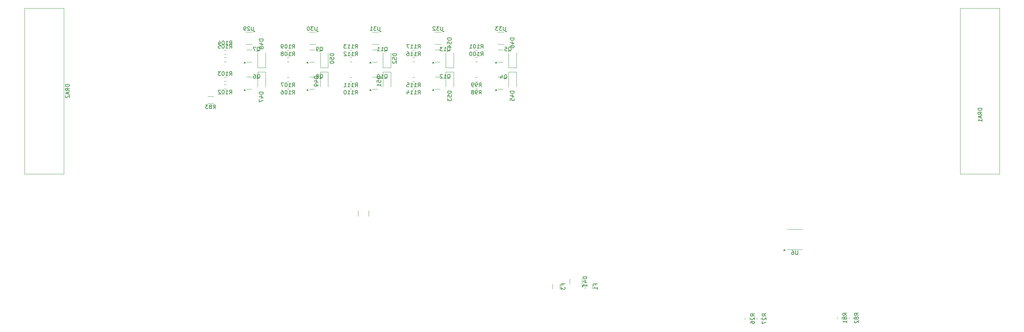
<source format=gbr>
%TF.GenerationSoftware,KiCad,Pcbnew,8.0.1*%
%TF.CreationDate,2024-07-17T10:14:41+07:00*%
%TF.ProjectId,SmartEnergyMag_System,536d6172-7445-46e6-9572-67794d61675f,rev?*%
%TF.SameCoordinates,Original*%
%TF.FileFunction,Legend,Bot*%
%TF.FilePolarity,Positive*%
%FSLAX46Y46*%
G04 Gerber Fmt 4.6, Leading zero omitted, Abs format (unit mm)*
G04 Created by KiCad (PCBNEW 8.0.1) date 2024-07-17 10:14:41*
%MOMM*%
%LPD*%
G01*
G04 APERTURE LIST*
%ADD10C,0.150000*%
%ADD11C,0.120000*%
G04 APERTURE END LIST*
D10*
X267229819Y-94333333D02*
X266229819Y-94333333D01*
X266229819Y-94333333D02*
X266229819Y-94571428D01*
X266229819Y-94571428D02*
X266277438Y-94714285D01*
X266277438Y-94714285D02*
X266372676Y-94809523D01*
X266372676Y-94809523D02*
X266467914Y-94857142D01*
X266467914Y-94857142D02*
X266658390Y-94904761D01*
X266658390Y-94904761D02*
X266801247Y-94904761D01*
X266801247Y-94904761D02*
X266991723Y-94857142D01*
X266991723Y-94857142D02*
X267086961Y-94809523D01*
X267086961Y-94809523D02*
X267182200Y-94714285D01*
X267182200Y-94714285D02*
X267229819Y-94571428D01*
X267229819Y-94571428D02*
X267229819Y-94333333D01*
X267229819Y-95904761D02*
X266753628Y-95571428D01*
X267229819Y-95333333D02*
X266229819Y-95333333D01*
X266229819Y-95333333D02*
X266229819Y-95714285D01*
X266229819Y-95714285D02*
X266277438Y-95809523D01*
X266277438Y-95809523D02*
X266325057Y-95857142D01*
X266325057Y-95857142D02*
X266420295Y-95904761D01*
X266420295Y-95904761D02*
X266563152Y-95904761D01*
X266563152Y-95904761D02*
X266658390Y-95857142D01*
X266658390Y-95857142D02*
X266706009Y-95809523D01*
X266706009Y-95809523D02*
X266753628Y-95714285D01*
X266753628Y-95714285D02*
X266753628Y-95333333D01*
X266944104Y-96285714D02*
X266944104Y-96761904D01*
X267229819Y-96190476D02*
X266229819Y-96523809D01*
X266229819Y-96523809D02*
X267229819Y-96857142D01*
X267229819Y-97714285D02*
X267229819Y-97142857D01*
X267229819Y-97428571D02*
X266229819Y-97428571D01*
X266229819Y-97428571D02*
X266372676Y-97333333D01*
X266372676Y-97333333D02*
X266467914Y-97238095D01*
X266467914Y-97238095D02*
X266515533Y-97142857D01*
X33544819Y-88218333D02*
X32544819Y-88218333D01*
X32544819Y-88218333D02*
X32544819Y-88456428D01*
X32544819Y-88456428D02*
X32592438Y-88599285D01*
X32592438Y-88599285D02*
X32687676Y-88694523D01*
X32687676Y-88694523D02*
X32782914Y-88742142D01*
X32782914Y-88742142D02*
X32973390Y-88789761D01*
X32973390Y-88789761D02*
X33116247Y-88789761D01*
X33116247Y-88789761D02*
X33306723Y-88742142D01*
X33306723Y-88742142D02*
X33401961Y-88694523D01*
X33401961Y-88694523D02*
X33497200Y-88599285D01*
X33497200Y-88599285D02*
X33544819Y-88456428D01*
X33544819Y-88456428D02*
X33544819Y-88218333D01*
X33544819Y-89789761D02*
X33068628Y-89456428D01*
X33544819Y-89218333D02*
X32544819Y-89218333D01*
X32544819Y-89218333D02*
X32544819Y-89599285D01*
X32544819Y-89599285D02*
X32592438Y-89694523D01*
X32592438Y-89694523D02*
X32640057Y-89742142D01*
X32640057Y-89742142D02*
X32735295Y-89789761D01*
X32735295Y-89789761D02*
X32878152Y-89789761D01*
X32878152Y-89789761D02*
X32973390Y-89742142D01*
X32973390Y-89742142D02*
X33021009Y-89694523D01*
X33021009Y-89694523D02*
X33068628Y-89599285D01*
X33068628Y-89599285D02*
X33068628Y-89218333D01*
X33259104Y-90170714D02*
X33259104Y-90646904D01*
X33544819Y-90075476D02*
X32544819Y-90408809D01*
X32544819Y-90408809D02*
X33544819Y-90742142D01*
X32640057Y-91027857D02*
X32592438Y-91075476D01*
X32592438Y-91075476D02*
X32544819Y-91170714D01*
X32544819Y-91170714D02*
X32544819Y-91408809D01*
X32544819Y-91408809D02*
X32592438Y-91504047D01*
X32592438Y-91504047D02*
X32640057Y-91551666D01*
X32640057Y-91551666D02*
X32735295Y-91599285D01*
X32735295Y-91599285D02*
X32830533Y-91599285D01*
X32830533Y-91599285D02*
X32973390Y-91551666D01*
X32973390Y-91551666D02*
X33544819Y-90980238D01*
X33544819Y-90980238D02*
X33544819Y-91599285D01*
X74544047Y-85892318D02*
X74877380Y-85416127D01*
X75115475Y-85892318D02*
X75115475Y-84892318D01*
X75115475Y-84892318D02*
X74734523Y-84892318D01*
X74734523Y-84892318D02*
X74639285Y-84939937D01*
X74639285Y-84939937D02*
X74591666Y-84987556D01*
X74591666Y-84987556D02*
X74544047Y-85082794D01*
X74544047Y-85082794D02*
X74544047Y-85225651D01*
X74544047Y-85225651D02*
X74591666Y-85320889D01*
X74591666Y-85320889D02*
X74639285Y-85368508D01*
X74639285Y-85368508D02*
X74734523Y-85416127D01*
X74734523Y-85416127D02*
X75115475Y-85416127D01*
X73591666Y-85892318D02*
X74163094Y-85892318D01*
X73877380Y-85892318D02*
X73877380Y-84892318D01*
X73877380Y-84892318D02*
X73972618Y-85035175D01*
X73972618Y-85035175D02*
X74067856Y-85130413D01*
X74067856Y-85130413D02*
X74163094Y-85178032D01*
X72972618Y-84892318D02*
X72877380Y-84892318D01*
X72877380Y-84892318D02*
X72782142Y-84939937D01*
X72782142Y-84939937D02*
X72734523Y-84987556D01*
X72734523Y-84987556D02*
X72686904Y-85082794D01*
X72686904Y-85082794D02*
X72639285Y-85273270D01*
X72639285Y-85273270D02*
X72639285Y-85511365D01*
X72639285Y-85511365D02*
X72686904Y-85701841D01*
X72686904Y-85701841D02*
X72734523Y-85797079D01*
X72734523Y-85797079D02*
X72782142Y-85844699D01*
X72782142Y-85844699D02*
X72877380Y-85892318D01*
X72877380Y-85892318D02*
X72972618Y-85892318D01*
X72972618Y-85892318D02*
X73067856Y-85844699D01*
X73067856Y-85844699D02*
X73115475Y-85797079D01*
X73115475Y-85797079D02*
X73163094Y-85701841D01*
X73163094Y-85701841D02*
X73210713Y-85511365D01*
X73210713Y-85511365D02*
X73210713Y-85273270D01*
X73210713Y-85273270D02*
X73163094Y-85082794D01*
X73163094Y-85082794D02*
X73115475Y-84987556D01*
X73115475Y-84987556D02*
X73067856Y-84939937D01*
X73067856Y-84939937D02*
X72972618Y-84892318D01*
X72305951Y-84892318D02*
X71686904Y-84892318D01*
X71686904Y-84892318D02*
X72020237Y-85273270D01*
X72020237Y-85273270D02*
X71877380Y-85273270D01*
X71877380Y-85273270D02*
X71782142Y-85320889D01*
X71782142Y-85320889D02*
X71734523Y-85368508D01*
X71734523Y-85368508D02*
X71686904Y-85463746D01*
X71686904Y-85463746D02*
X71686904Y-85701841D01*
X71686904Y-85701841D02*
X71734523Y-85797079D01*
X71734523Y-85797079D02*
X71782142Y-85844699D01*
X71782142Y-85844699D02*
X71877380Y-85892318D01*
X71877380Y-85892318D02*
X72163094Y-85892318D01*
X72163094Y-85892318D02*
X72258332Y-85844699D01*
X72258332Y-85844699D02*
X72305951Y-85797079D01*
X106724047Y-78937320D02*
X107057380Y-78461129D01*
X107295475Y-78937320D02*
X107295475Y-77937320D01*
X107295475Y-77937320D02*
X106914523Y-77937320D01*
X106914523Y-77937320D02*
X106819285Y-77984939D01*
X106819285Y-77984939D02*
X106771666Y-78032558D01*
X106771666Y-78032558D02*
X106724047Y-78127796D01*
X106724047Y-78127796D02*
X106724047Y-78270653D01*
X106724047Y-78270653D02*
X106771666Y-78365891D01*
X106771666Y-78365891D02*
X106819285Y-78413510D01*
X106819285Y-78413510D02*
X106914523Y-78461129D01*
X106914523Y-78461129D02*
X107295475Y-78461129D01*
X105771666Y-78937320D02*
X106343094Y-78937320D01*
X106057380Y-78937320D02*
X106057380Y-77937320D01*
X106057380Y-77937320D02*
X106152618Y-78080177D01*
X106152618Y-78080177D02*
X106247856Y-78175415D01*
X106247856Y-78175415D02*
X106343094Y-78223034D01*
X104819285Y-78937320D02*
X105390713Y-78937320D01*
X105104999Y-78937320D02*
X105104999Y-77937320D01*
X105104999Y-77937320D02*
X105200237Y-78080177D01*
X105200237Y-78080177D02*
X105295475Y-78175415D01*
X105295475Y-78175415D02*
X105390713Y-78223034D01*
X104485951Y-77937320D02*
X103866904Y-77937320D01*
X103866904Y-77937320D02*
X104200237Y-78318272D01*
X104200237Y-78318272D02*
X104057380Y-78318272D01*
X104057380Y-78318272D02*
X103962142Y-78365891D01*
X103962142Y-78365891D02*
X103914523Y-78413510D01*
X103914523Y-78413510D02*
X103866904Y-78508748D01*
X103866904Y-78508748D02*
X103866904Y-78746843D01*
X103866904Y-78746843D02*
X103914523Y-78842081D01*
X103914523Y-78842081D02*
X103962142Y-78889701D01*
X103962142Y-78889701D02*
X104057380Y-78937320D01*
X104057380Y-78937320D02*
X104343094Y-78937320D01*
X104343094Y-78937320D02*
X104438332Y-78889701D01*
X104438332Y-78889701D02*
X104485951Y-78842081D01*
X138427857Y-90697320D02*
X138761190Y-90221129D01*
X138999285Y-90697320D02*
X138999285Y-89697320D01*
X138999285Y-89697320D02*
X138618333Y-89697320D01*
X138618333Y-89697320D02*
X138523095Y-89744939D01*
X138523095Y-89744939D02*
X138475476Y-89792558D01*
X138475476Y-89792558D02*
X138427857Y-89887796D01*
X138427857Y-89887796D02*
X138427857Y-90030653D01*
X138427857Y-90030653D02*
X138475476Y-90125891D01*
X138475476Y-90125891D02*
X138523095Y-90173510D01*
X138523095Y-90173510D02*
X138618333Y-90221129D01*
X138618333Y-90221129D02*
X138999285Y-90221129D01*
X137951666Y-90697320D02*
X137761190Y-90697320D01*
X137761190Y-90697320D02*
X137665952Y-90649701D01*
X137665952Y-90649701D02*
X137618333Y-90602081D01*
X137618333Y-90602081D02*
X137523095Y-90459224D01*
X137523095Y-90459224D02*
X137475476Y-90268748D01*
X137475476Y-90268748D02*
X137475476Y-89887796D01*
X137475476Y-89887796D02*
X137523095Y-89792558D01*
X137523095Y-89792558D02*
X137570714Y-89744939D01*
X137570714Y-89744939D02*
X137665952Y-89697320D01*
X137665952Y-89697320D02*
X137856428Y-89697320D01*
X137856428Y-89697320D02*
X137951666Y-89744939D01*
X137951666Y-89744939D02*
X137999285Y-89792558D01*
X137999285Y-89792558D02*
X138046904Y-89887796D01*
X138046904Y-89887796D02*
X138046904Y-90125891D01*
X138046904Y-90125891D02*
X137999285Y-90221129D01*
X137999285Y-90221129D02*
X137951666Y-90268748D01*
X137951666Y-90268748D02*
X137856428Y-90316367D01*
X137856428Y-90316367D02*
X137665952Y-90316367D01*
X137665952Y-90316367D02*
X137570714Y-90268748D01*
X137570714Y-90268748D02*
X137523095Y-90221129D01*
X137523095Y-90221129D02*
X137475476Y-90125891D01*
X136904047Y-90125891D02*
X136999285Y-90078272D01*
X136999285Y-90078272D02*
X137046904Y-90030653D01*
X137046904Y-90030653D02*
X137094523Y-89935415D01*
X137094523Y-89935415D02*
X137094523Y-89887796D01*
X137094523Y-89887796D02*
X137046904Y-89792558D01*
X137046904Y-89792558D02*
X136999285Y-89744939D01*
X136999285Y-89744939D02*
X136904047Y-89697320D01*
X136904047Y-89697320D02*
X136713571Y-89697320D01*
X136713571Y-89697320D02*
X136618333Y-89744939D01*
X136618333Y-89744939D02*
X136570714Y-89792558D01*
X136570714Y-89792558D02*
X136523095Y-89887796D01*
X136523095Y-89887796D02*
X136523095Y-89935415D01*
X136523095Y-89935415D02*
X136570714Y-90030653D01*
X136570714Y-90030653D02*
X136618333Y-90078272D01*
X136618333Y-90078272D02*
X136713571Y-90125891D01*
X136713571Y-90125891D02*
X136904047Y-90125891D01*
X136904047Y-90125891D02*
X136999285Y-90173510D01*
X136999285Y-90173510D02*
X137046904Y-90221129D01*
X137046904Y-90221129D02*
X137094523Y-90316367D01*
X137094523Y-90316367D02*
X137094523Y-90506843D01*
X137094523Y-90506843D02*
X137046904Y-90602081D01*
X137046904Y-90602081D02*
X136999285Y-90649701D01*
X136999285Y-90649701D02*
X136904047Y-90697320D01*
X136904047Y-90697320D02*
X136713571Y-90697320D01*
X136713571Y-90697320D02*
X136618333Y-90649701D01*
X136618333Y-90649701D02*
X136570714Y-90602081D01*
X136570714Y-90602081D02*
X136523095Y-90506843D01*
X136523095Y-90506843D02*
X136523095Y-90316367D01*
X136523095Y-90316367D02*
X136570714Y-90221129D01*
X136570714Y-90221129D02*
X136618333Y-90173510D01*
X136618333Y-90173510D02*
X136713571Y-90125891D01*
X138427857Y-88797320D02*
X138761190Y-88321129D01*
X138999285Y-88797320D02*
X138999285Y-87797320D01*
X138999285Y-87797320D02*
X138618333Y-87797320D01*
X138618333Y-87797320D02*
X138523095Y-87844939D01*
X138523095Y-87844939D02*
X138475476Y-87892558D01*
X138475476Y-87892558D02*
X138427857Y-87987796D01*
X138427857Y-87987796D02*
X138427857Y-88130653D01*
X138427857Y-88130653D02*
X138475476Y-88225891D01*
X138475476Y-88225891D02*
X138523095Y-88273510D01*
X138523095Y-88273510D02*
X138618333Y-88321129D01*
X138618333Y-88321129D02*
X138999285Y-88321129D01*
X137951666Y-88797320D02*
X137761190Y-88797320D01*
X137761190Y-88797320D02*
X137665952Y-88749701D01*
X137665952Y-88749701D02*
X137618333Y-88702081D01*
X137618333Y-88702081D02*
X137523095Y-88559224D01*
X137523095Y-88559224D02*
X137475476Y-88368748D01*
X137475476Y-88368748D02*
X137475476Y-87987796D01*
X137475476Y-87987796D02*
X137523095Y-87892558D01*
X137523095Y-87892558D02*
X137570714Y-87844939D01*
X137570714Y-87844939D02*
X137665952Y-87797320D01*
X137665952Y-87797320D02*
X137856428Y-87797320D01*
X137856428Y-87797320D02*
X137951666Y-87844939D01*
X137951666Y-87844939D02*
X137999285Y-87892558D01*
X137999285Y-87892558D02*
X138046904Y-87987796D01*
X138046904Y-87987796D02*
X138046904Y-88225891D01*
X138046904Y-88225891D02*
X137999285Y-88321129D01*
X137999285Y-88321129D02*
X137951666Y-88368748D01*
X137951666Y-88368748D02*
X137856428Y-88416367D01*
X137856428Y-88416367D02*
X137665952Y-88416367D01*
X137665952Y-88416367D02*
X137570714Y-88368748D01*
X137570714Y-88368748D02*
X137523095Y-88321129D01*
X137523095Y-88321129D02*
X137475476Y-88225891D01*
X136999285Y-88797320D02*
X136808809Y-88797320D01*
X136808809Y-88797320D02*
X136713571Y-88749701D01*
X136713571Y-88749701D02*
X136665952Y-88702081D01*
X136665952Y-88702081D02*
X136570714Y-88559224D01*
X136570714Y-88559224D02*
X136523095Y-88368748D01*
X136523095Y-88368748D02*
X136523095Y-87987796D01*
X136523095Y-87987796D02*
X136570714Y-87892558D01*
X136570714Y-87892558D02*
X136618333Y-87844939D01*
X136618333Y-87844939D02*
X136713571Y-87797320D01*
X136713571Y-87797320D02*
X136904047Y-87797320D01*
X136904047Y-87797320D02*
X136999285Y-87844939D01*
X136999285Y-87844939D02*
X137046904Y-87892558D01*
X137046904Y-87892558D02*
X137094523Y-87987796D01*
X137094523Y-87987796D02*
X137094523Y-88225891D01*
X137094523Y-88225891D02*
X137046904Y-88321129D01*
X137046904Y-88321129D02*
X136999285Y-88368748D01*
X136999285Y-88368748D02*
X136904047Y-88416367D01*
X136904047Y-88416367D02*
X136713571Y-88416367D01*
X136713571Y-88416367D02*
X136618333Y-88368748D01*
X136618333Y-88368748D02*
X136570714Y-88321129D01*
X136570714Y-88321129D02*
X136523095Y-88225891D01*
X80720594Y-73354819D02*
X80720594Y-74164342D01*
X80720594Y-74164342D02*
X80672975Y-74259580D01*
X80672975Y-74259580D02*
X80625356Y-74307200D01*
X80625356Y-74307200D02*
X80530118Y-74354819D01*
X80530118Y-74354819D02*
X80339642Y-74354819D01*
X80339642Y-74354819D02*
X80244404Y-74307200D01*
X80244404Y-74307200D02*
X80196785Y-74259580D01*
X80196785Y-74259580D02*
X80149166Y-74164342D01*
X80149166Y-74164342D02*
X80149166Y-73354819D01*
X79720594Y-73450057D02*
X79672975Y-73402438D01*
X79672975Y-73402438D02*
X79577737Y-73354819D01*
X79577737Y-73354819D02*
X79339642Y-73354819D01*
X79339642Y-73354819D02*
X79244404Y-73402438D01*
X79244404Y-73402438D02*
X79196785Y-73450057D01*
X79196785Y-73450057D02*
X79149166Y-73545295D01*
X79149166Y-73545295D02*
X79149166Y-73640533D01*
X79149166Y-73640533D02*
X79196785Y-73783390D01*
X79196785Y-73783390D02*
X79768213Y-74354819D01*
X79768213Y-74354819D02*
X79149166Y-74354819D01*
X78672975Y-74354819D02*
X78482499Y-74354819D01*
X78482499Y-74354819D02*
X78387261Y-74307200D01*
X78387261Y-74307200D02*
X78339642Y-74259580D01*
X78339642Y-74259580D02*
X78244404Y-74116723D01*
X78244404Y-74116723D02*
X78196785Y-73926247D01*
X78196785Y-73926247D02*
X78196785Y-73545295D01*
X78196785Y-73545295D02*
X78244404Y-73450057D01*
X78244404Y-73450057D02*
X78292023Y-73402438D01*
X78292023Y-73402438D02*
X78387261Y-73354819D01*
X78387261Y-73354819D02*
X78577737Y-73354819D01*
X78577737Y-73354819D02*
X78672975Y-73402438D01*
X78672975Y-73402438D02*
X78720594Y-73450057D01*
X78720594Y-73450057D02*
X78768213Y-73545295D01*
X78768213Y-73545295D02*
X78768213Y-73783390D01*
X78768213Y-73783390D02*
X78720594Y-73878628D01*
X78720594Y-73878628D02*
X78672975Y-73926247D01*
X78672975Y-73926247D02*
X78577737Y-73973866D01*
X78577737Y-73973866D02*
X78387261Y-73973866D01*
X78387261Y-73973866D02*
X78292023Y-73926247D01*
X78292023Y-73926247D02*
X78244404Y-73878628D01*
X78244404Y-73878628D02*
X78196785Y-73783390D01*
X130331428Y-86712557D02*
X130426666Y-86664938D01*
X130426666Y-86664938D02*
X130521904Y-86569700D01*
X130521904Y-86569700D02*
X130664761Y-86426842D01*
X130664761Y-86426842D02*
X130759999Y-86379223D01*
X130759999Y-86379223D02*
X130855237Y-86379223D01*
X130807618Y-86617319D02*
X130902856Y-86569700D01*
X130902856Y-86569700D02*
X130998094Y-86474461D01*
X130998094Y-86474461D02*
X131045713Y-86283985D01*
X131045713Y-86283985D02*
X131045713Y-85950652D01*
X131045713Y-85950652D02*
X130998094Y-85760176D01*
X130998094Y-85760176D02*
X130902856Y-85664938D01*
X130902856Y-85664938D02*
X130807618Y-85617319D01*
X130807618Y-85617319D02*
X130617142Y-85617319D01*
X130617142Y-85617319D02*
X130521904Y-85664938D01*
X130521904Y-85664938D02*
X130426666Y-85760176D01*
X130426666Y-85760176D02*
X130379047Y-85950652D01*
X130379047Y-85950652D02*
X130379047Y-86283985D01*
X130379047Y-86283985D02*
X130426666Y-86474461D01*
X130426666Y-86474461D02*
X130521904Y-86569700D01*
X130521904Y-86569700D02*
X130617142Y-86617319D01*
X130617142Y-86617319D02*
X130807618Y-86617319D01*
X129426666Y-86617319D02*
X129998094Y-86617319D01*
X129712380Y-86617319D02*
X129712380Y-85617319D01*
X129712380Y-85617319D02*
X129807618Y-85760176D01*
X129807618Y-85760176D02*
X129902856Y-85855414D01*
X129902856Y-85855414D02*
X129998094Y-85903033D01*
X129045713Y-85712557D02*
X128998094Y-85664938D01*
X128998094Y-85664938D02*
X128902856Y-85617319D01*
X128902856Y-85617319D02*
X128664761Y-85617319D01*
X128664761Y-85617319D02*
X128569523Y-85664938D01*
X128569523Y-85664938D02*
X128521904Y-85712557D01*
X128521904Y-85712557D02*
X128474285Y-85807795D01*
X128474285Y-85807795D02*
X128474285Y-85903033D01*
X128474285Y-85903033D02*
X128521904Y-86045890D01*
X128521904Y-86045890D02*
X129093332Y-86617319D01*
X129093332Y-86617319D02*
X128474285Y-86617319D01*
X220057866Y-130835781D02*
X220057866Y-131645304D01*
X220057866Y-131645304D02*
X220010247Y-131740542D01*
X220010247Y-131740542D02*
X219962628Y-131788162D01*
X219962628Y-131788162D02*
X219867390Y-131835781D01*
X219867390Y-131835781D02*
X219676914Y-131835781D01*
X219676914Y-131835781D02*
X219581676Y-131788162D01*
X219581676Y-131788162D02*
X219534057Y-131740542D01*
X219534057Y-131740542D02*
X219486438Y-131645304D01*
X219486438Y-131645304D02*
X219486438Y-130835781D01*
X218581676Y-130835781D02*
X218772152Y-130835781D01*
X218772152Y-130835781D02*
X218867390Y-130883400D01*
X218867390Y-130883400D02*
X218915009Y-130931019D01*
X218915009Y-130931019D02*
X219010247Y-131073876D01*
X219010247Y-131073876D02*
X219057866Y-131264352D01*
X219057866Y-131264352D02*
X219057866Y-131645304D01*
X219057866Y-131645304D02*
X219010247Y-131740542D01*
X219010247Y-131740542D02*
X218962628Y-131788162D01*
X218962628Y-131788162D02*
X218867390Y-131835781D01*
X218867390Y-131835781D02*
X218676914Y-131835781D01*
X218676914Y-131835781D02*
X218581676Y-131788162D01*
X218581676Y-131788162D02*
X218534057Y-131740542D01*
X218534057Y-131740542D02*
X218486438Y-131645304D01*
X218486438Y-131645304D02*
X218486438Y-131407209D01*
X218486438Y-131407209D02*
X218534057Y-131311971D01*
X218534057Y-131311971D02*
X218581676Y-131264352D01*
X218581676Y-131264352D02*
X218676914Y-131216733D01*
X218676914Y-131216733D02*
X218867390Y-131216733D01*
X218867390Y-131216733D02*
X218962628Y-131264352D01*
X218962628Y-131264352D02*
X219010247Y-131311971D01*
X219010247Y-131311971D02*
X219057866Y-131407209D01*
X131390444Y-89923215D02*
X130390444Y-89923215D01*
X130390444Y-89923215D02*
X130390444Y-90161310D01*
X130390444Y-90161310D02*
X130438063Y-90304167D01*
X130438063Y-90304167D02*
X130533301Y-90399405D01*
X130533301Y-90399405D02*
X130628539Y-90447024D01*
X130628539Y-90447024D02*
X130819015Y-90494643D01*
X130819015Y-90494643D02*
X130961872Y-90494643D01*
X130961872Y-90494643D02*
X131152348Y-90447024D01*
X131152348Y-90447024D02*
X131247586Y-90399405D01*
X131247586Y-90399405D02*
X131342825Y-90304167D01*
X131342825Y-90304167D02*
X131390444Y-90161310D01*
X131390444Y-90161310D02*
X131390444Y-89923215D01*
X130390444Y-91399405D02*
X130390444Y-90923215D01*
X130390444Y-90923215D02*
X130866634Y-90875596D01*
X130866634Y-90875596D02*
X130819015Y-90923215D01*
X130819015Y-90923215D02*
X130771396Y-91018453D01*
X130771396Y-91018453D02*
X130771396Y-91256548D01*
X130771396Y-91256548D02*
X130819015Y-91351786D01*
X130819015Y-91351786D02*
X130866634Y-91399405D01*
X130866634Y-91399405D02*
X130961872Y-91447024D01*
X130961872Y-91447024D02*
X131199967Y-91447024D01*
X131199967Y-91447024D02*
X131295205Y-91399405D01*
X131295205Y-91399405D02*
X131342825Y-91351786D01*
X131342825Y-91351786D02*
X131390444Y-91256548D01*
X131390444Y-91256548D02*
X131390444Y-91018453D01*
X131390444Y-91018453D02*
X131342825Y-90923215D01*
X131342825Y-90923215D02*
X131295205Y-90875596D01*
X130390444Y-91780358D02*
X130390444Y-92399405D01*
X130390444Y-92399405D02*
X130771396Y-92066072D01*
X130771396Y-92066072D02*
X130771396Y-92208929D01*
X130771396Y-92208929D02*
X130819015Y-92304167D01*
X130819015Y-92304167D02*
X130866634Y-92351786D01*
X130866634Y-92351786D02*
X130961872Y-92399405D01*
X130961872Y-92399405D02*
X131199967Y-92399405D01*
X131199967Y-92399405D02*
X131295205Y-92351786D01*
X131295205Y-92351786D02*
X131342825Y-92304167D01*
X131342825Y-92304167D02*
X131390444Y-92208929D01*
X131390444Y-92208929D02*
X131390444Y-91923215D01*
X131390444Y-91923215D02*
X131342825Y-91827977D01*
X131342825Y-91827977D02*
X131295205Y-91780358D01*
X232604819Y-147477142D02*
X232128628Y-147143809D01*
X232604819Y-146905714D02*
X231604819Y-146905714D01*
X231604819Y-146905714D02*
X231604819Y-147286666D01*
X231604819Y-147286666D02*
X231652438Y-147381904D01*
X231652438Y-147381904D02*
X231700057Y-147429523D01*
X231700057Y-147429523D02*
X231795295Y-147477142D01*
X231795295Y-147477142D02*
X231938152Y-147477142D01*
X231938152Y-147477142D02*
X232033390Y-147429523D01*
X232033390Y-147429523D02*
X232081009Y-147381904D01*
X232081009Y-147381904D02*
X232128628Y-147286666D01*
X232128628Y-147286666D02*
X232128628Y-146905714D01*
X232033390Y-148048571D02*
X231985771Y-147953333D01*
X231985771Y-147953333D02*
X231938152Y-147905714D01*
X231938152Y-147905714D02*
X231842914Y-147858095D01*
X231842914Y-147858095D02*
X231795295Y-147858095D01*
X231795295Y-147858095D02*
X231700057Y-147905714D01*
X231700057Y-147905714D02*
X231652438Y-147953333D01*
X231652438Y-147953333D02*
X231604819Y-148048571D01*
X231604819Y-148048571D02*
X231604819Y-148239047D01*
X231604819Y-148239047D02*
X231652438Y-148334285D01*
X231652438Y-148334285D02*
X231700057Y-148381904D01*
X231700057Y-148381904D02*
X231795295Y-148429523D01*
X231795295Y-148429523D02*
X231842914Y-148429523D01*
X231842914Y-148429523D02*
X231938152Y-148381904D01*
X231938152Y-148381904D02*
X231985771Y-148334285D01*
X231985771Y-148334285D02*
X232033390Y-148239047D01*
X232033390Y-148239047D02*
X232033390Y-148048571D01*
X232033390Y-148048571D02*
X232081009Y-147953333D01*
X232081009Y-147953333D02*
X232128628Y-147905714D01*
X232128628Y-147905714D02*
X232223866Y-147858095D01*
X232223866Y-147858095D02*
X232414342Y-147858095D01*
X232414342Y-147858095D02*
X232509580Y-147905714D01*
X232509580Y-147905714D02*
X232557200Y-147953333D01*
X232557200Y-147953333D02*
X232604819Y-148048571D01*
X232604819Y-148048571D02*
X232604819Y-148239047D01*
X232604819Y-148239047D02*
X232557200Y-148334285D01*
X232557200Y-148334285D02*
X232509580Y-148381904D01*
X232509580Y-148381904D02*
X232414342Y-148429523D01*
X232414342Y-148429523D02*
X232223866Y-148429523D01*
X232223866Y-148429523D02*
X232128628Y-148381904D01*
X232128628Y-148381904D02*
X232081009Y-148334285D01*
X232081009Y-148334285D02*
X232033390Y-148239047D01*
X232604819Y-149381904D02*
X232604819Y-148810476D01*
X232604819Y-149096190D02*
X231604819Y-149096190D01*
X231604819Y-149096190D02*
X231747676Y-149000952D01*
X231747676Y-149000952D02*
X231842914Y-148905714D01*
X231842914Y-148905714D02*
X231890533Y-148810476D01*
X114241428Y-86712557D02*
X114336666Y-86664938D01*
X114336666Y-86664938D02*
X114431904Y-86569700D01*
X114431904Y-86569700D02*
X114574761Y-86426842D01*
X114574761Y-86426842D02*
X114669999Y-86379223D01*
X114669999Y-86379223D02*
X114765237Y-86379223D01*
X114717618Y-86617319D02*
X114812856Y-86569700D01*
X114812856Y-86569700D02*
X114908094Y-86474461D01*
X114908094Y-86474461D02*
X114955713Y-86283985D01*
X114955713Y-86283985D02*
X114955713Y-85950652D01*
X114955713Y-85950652D02*
X114908094Y-85760176D01*
X114908094Y-85760176D02*
X114812856Y-85664938D01*
X114812856Y-85664938D02*
X114717618Y-85617319D01*
X114717618Y-85617319D02*
X114527142Y-85617319D01*
X114527142Y-85617319D02*
X114431904Y-85664938D01*
X114431904Y-85664938D02*
X114336666Y-85760176D01*
X114336666Y-85760176D02*
X114289047Y-85950652D01*
X114289047Y-85950652D02*
X114289047Y-86283985D01*
X114289047Y-86283985D02*
X114336666Y-86474461D01*
X114336666Y-86474461D02*
X114431904Y-86569700D01*
X114431904Y-86569700D02*
X114527142Y-86617319D01*
X114527142Y-86617319D02*
X114717618Y-86617319D01*
X113336666Y-86617319D02*
X113908094Y-86617319D01*
X113622380Y-86617319D02*
X113622380Y-85617319D01*
X113622380Y-85617319D02*
X113717618Y-85760176D01*
X113717618Y-85760176D02*
X113812856Y-85855414D01*
X113812856Y-85855414D02*
X113908094Y-85903033D01*
X112717618Y-85617319D02*
X112622380Y-85617319D01*
X112622380Y-85617319D02*
X112527142Y-85664938D01*
X112527142Y-85664938D02*
X112479523Y-85712557D01*
X112479523Y-85712557D02*
X112431904Y-85807795D01*
X112431904Y-85807795D02*
X112384285Y-85998271D01*
X112384285Y-85998271D02*
X112384285Y-86236366D01*
X112384285Y-86236366D02*
X112431904Y-86426842D01*
X112431904Y-86426842D02*
X112479523Y-86522080D01*
X112479523Y-86522080D02*
X112527142Y-86569700D01*
X112527142Y-86569700D02*
X112622380Y-86617319D01*
X112622380Y-86617319D02*
X112717618Y-86617319D01*
X112717618Y-86617319D02*
X112812856Y-86569700D01*
X112812856Y-86569700D02*
X112860475Y-86522080D01*
X112860475Y-86522080D02*
X112908094Y-86426842D01*
X112908094Y-86426842D02*
X112955713Y-86236366D01*
X112955713Y-86236366D02*
X112955713Y-85998271D01*
X112955713Y-85998271D02*
X112908094Y-85807795D01*
X112908094Y-85807795D02*
X112860475Y-85712557D01*
X112860475Y-85712557D02*
X112812856Y-85664938D01*
X112812856Y-85664938D02*
X112717618Y-85617319D01*
X70362857Y-94424819D02*
X70696190Y-93948628D01*
X70934285Y-94424819D02*
X70934285Y-93424819D01*
X70934285Y-93424819D02*
X70553333Y-93424819D01*
X70553333Y-93424819D02*
X70458095Y-93472438D01*
X70458095Y-93472438D02*
X70410476Y-93520057D01*
X70410476Y-93520057D02*
X70362857Y-93615295D01*
X70362857Y-93615295D02*
X70362857Y-93758152D01*
X70362857Y-93758152D02*
X70410476Y-93853390D01*
X70410476Y-93853390D02*
X70458095Y-93901009D01*
X70458095Y-93901009D02*
X70553333Y-93948628D01*
X70553333Y-93948628D02*
X70934285Y-93948628D01*
X69791428Y-93853390D02*
X69886666Y-93805771D01*
X69886666Y-93805771D02*
X69934285Y-93758152D01*
X69934285Y-93758152D02*
X69981904Y-93662914D01*
X69981904Y-93662914D02*
X69981904Y-93615295D01*
X69981904Y-93615295D02*
X69934285Y-93520057D01*
X69934285Y-93520057D02*
X69886666Y-93472438D01*
X69886666Y-93472438D02*
X69791428Y-93424819D01*
X69791428Y-93424819D02*
X69600952Y-93424819D01*
X69600952Y-93424819D02*
X69505714Y-93472438D01*
X69505714Y-93472438D02*
X69458095Y-93520057D01*
X69458095Y-93520057D02*
X69410476Y-93615295D01*
X69410476Y-93615295D02*
X69410476Y-93662914D01*
X69410476Y-93662914D02*
X69458095Y-93758152D01*
X69458095Y-93758152D02*
X69505714Y-93805771D01*
X69505714Y-93805771D02*
X69600952Y-93853390D01*
X69600952Y-93853390D02*
X69791428Y-93853390D01*
X69791428Y-93853390D02*
X69886666Y-93901009D01*
X69886666Y-93901009D02*
X69934285Y-93948628D01*
X69934285Y-93948628D02*
X69981904Y-94043866D01*
X69981904Y-94043866D02*
X69981904Y-94234342D01*
X69981904Y-94234342D02*
X69934285Y-94329580D01*
X69934285Y-94329580D02*
X69886666Y-94377200D01*
X69886666Y-94377200D02*
X69791428Y-94424819D01*
X69791428Y-94424819D02*
X69600952Y-94424819D01*
X69600952Y-94424819D02*
X69505714Y-94377200D01*
X69505714Y-94377200D02*
X69458095Y-94329580D01*
X69458095Y-94329580D02*
X69410476Y-94234342D01*
X69410476Y-94234342D02*
X69410476Y-94043866D01*
X69410476Y-94043866D02*
X69458095Y-93948628D01*
X69458095Y-93948628D02*
X69505714Y-93901009D01*
X69505714Y-93901009D02*
X69600952Y-93853390D01*
X69077142Y-93424819D02*
X68458095Y-93424819D01*
X68458095Y-93424819D02*
X68791428Y-93805771D01*
X68791428Y-93805771D02*
X68648571Y-93805771D01*
X68648571Y-93805771D02*
X68553333Y-93853390D01*
X68553333Y-93853390D02*
X68505714Y-93901009D01*
X68505714Y-93901009D02*
X68458095Y-93996247D01*
X68458095Y-93996247D02*
X68458095Y-94234342D01*
X68458095Y-94234342D02*
X68505714Y-94329580D01*
X68505714Y-94329580D02*
X68553333Y-94377200D01*
X68553333Y-94377200D02*
X68648571Y-94424819D01*
X68648571Y-94424819D02*
X68934285Y-94424819D01*
X68934285Y-94424819D02*
X69029523Y-94377200D01*
X69029523Y-94377200D02*
X69077142Y-94329580D01*
X211974819Y-147657142D02*
X211498628Y-147323809D01*
X211974819Y-147085714D02*
X210974819Y-147085714D01*
X210974819Y-147085714D02*
X210974819Y-147466666D01*
X210974819Y-147466666D02*
X211022438Y-147561904D01*
X211022438Y-147561904D02*
X211070057Y-147609523D01*
X211070057Y-147609523D02*
X211165295Y-147657142D01*
X211165295Y-147657142D02*
X211308152Y-147657142D01*
X211308152Y-147657142D02*
X211403390Y-147609523D01*
X211403390Y-147609523D02*
X211451009Y-147561904D01*
X211451009Y-147561904D02*
X211498628Y-147466666D01*
X211498628Y-147466666D02*
X211498628Y-147085714D01*
X211070057Y-148038095D02*
X211022438Y-148085714D01*
X211022438Y-148085714D02*
X210974819Y-148180952D01*
X210974819Y-148180952D02*
X210974819Y-148419047D01*
X210974819Y-148419047D02*
X211022438Y-148514285D01*
X211022438Y-148514285D02*
X211070057Y-148561904D01*
X211070057Y-148561904D02*
X211165295Y-148609523D01*
X211165295Y-148609523D02*
X211260533Y-148609523D01*
X211260533Y-148609523D02*
X211403390Y-148561904D01*
X211403390Y-148561904D02*
X211974819Y-147990476D01*
X211974819Y-147990476D02*
X211974819Y-148609523D01*
X210974819Y-148942857D02*
X210974819Y-149609523D01*
X210974819Y-149609523D02*
X211974819Y-149180952D01*
X113075594Y-73354819D02*
X113075594Y-74164342D01*
X113075594Y-74164342D02*
X113027975Y-74259580D01*
X113027975Y-74259580D02*
X112980356Y-74307200D01*
X112980356Y-74307200D02*
X112885118Y-74354819D01*
X112885118Y-74354819D02*
X112694642Y-74354819D01*
X112694642Y-74354819D02*
X112599404Y-74307200D01*
X112599404Y-74307200D02*
X112551785Y-74259580D01*
X112551785Y-74259580D02*
X112504166Y-74164342D01*
X112504166Y-74164342D02*
X112504166Y-73354819D01*
X112123213Y-73354819D02*
X111504166Y-73354819D01*
X111504166Y-73354819D02*
X111837499Y-73735771D01*
X111837499Y-73735771D02*
X111694642Y-73735771D01*
X111694642Y-73735771D02*
X111599404Y-73783390D01*
X111599404Y-73783390D02*
X111551785Y-73831009D01*
X111551785Y-73831009D02*
X111504166Y-73926247D01*
X111504166Y-73926247D02*
X111504166Y-74164342D01*
X111504166Y-74164342D02*
X111551785Y-74259580D01*
X111551785Y-74259580D02*
X111599404Y-74307200D01*
X111599404Y-74307200D02*
X111694642Y-74354819D01*
X111694642Y-74354819D02*
X111980356Y-74354819D01*
X111980356Y-74354819D02*
X112075594Y-74307200D01*
X112075594Y-74307200D02*
X112123213Y-74259580D01*
X110551785Y-74354819D02*
X111123213Y-74354819D01*
X110837499Y-74354819D02*
X110837499Y-73354819D01*
X110837499Y-73354819D02*
X110932737Y-73497676D01*
X110932737Y-73497676D02*
X111027975Y-73592914D01*
X111027975Y-73592914D02*
X111123213Y-73640533D01*
X235594819Y-147477142D02*
X235118628Y-147143809D01*
X235594819Y-146905714D02*
X234594819Y-146905714D01*
X234594819Y-146905714D02*
X234594819Y-147286666D01*
X234594819Y-147286666D02*
X234642438Y-147381904D01*
X234642438Y-147381904D02*
X234690057Y-147429523D01*
X234690057Y-147429523D02*
X234785295Y-147477142D01*
X234785295Y-147477142D02*
X234928152Y-147477142D01*
X234928152Y-147477142D02*
X235023390Y-147429523D01*
X235023390Y-147429523D02*
X235071009Y-147381904D01*
X235071009Y-147381904D02*
X235118628Y-147286666D01*
X235118628Y-147286666D02*
X235118628Y-146905714D01*
X235023390Y-148048571D02*
X234975771Y-147953333D01*
X234975771Y-147953333D02*
X234928152Y-147905714D01*
X234928152Y-147905714D02*
X234832914Y-147858095D01*
X234832914Y-147858095D02*
X234785295Y-147858095D01*
X234785295Y-147858095D02*
X234690057Y-147905714D01*
X234690057Y-147905714D02*
X234642438Y-147953333D01*
X234642438Y-147953333D02*
X234594819Y-148048571D01*
X234594819Y-148048571D02*
X234594819Y-148239047D01*
X234594819Y-148239047D02*
X234642438Y-148334285D01*
X234642438Y-148334285D02*
X234690057Y-148381904D01*
X234690057Y-148381904D02*
X234785295Y-148429523D01*
X234785295Y-148429523D02*
X234832914Y-148429523D01*
X234832914Y-148429523D02*
X234928152Y-148381904D01*
X234928152Y-148381904D02*
X234975771Y-148334285D01*
X234975771Y-148334285D02*
X235023390Y-148239047D01*
X235023390Y-148239047D02*
X235023390Y-148048571D01*
X235023390Y-148048571D02*
X235071009Y-147953333D01*
X235071009Y-147953333D02*
X235118628Y-147905714D01*
X235118628Y-147905714D02*
X235213866Y-147858095D01*
X235213866Y-147858095D02*
X235404342Y-147858095D01*
X235404342Y-147858095D02*
X235499580Y-147905714D01*
X235499580Y-147905714D02*
X235547200Y-147953333D01*
X235547200Y-147953333D02*
X235594819Y-148048571D01*
X235594819Y-148048571D02*
X235594819Y-148239047D01*
X235594819Y-148239047D02*
X235547200Y-148334285D01*
X235547200Y-148334285D02*
X235499580Y-148381904D01*
X235499580Y-148381904D02*
X235404342Y-148429523D01*
X235404342Y-148429523D02*
X235213866Y-148429523D01*
X235213866Y-148429523D02*
X235118628Y-148381904D01*
X235118628Y-148381904D02*
X235071009Y-148334285D01*
X235071009Y-148334285D02*
X235023390Y-148239047D01*
X234690057Y-148810476D02*
X234642438Y-148858095D01*
X234642438Y-148858095D02*
X234594819Y-148953333D01*
X234594819Y-148953333D02*
X234594819Y-149191428D01*
X234594819Y-149191428D02*
X234642438Y-149286666D01*
X234642438Y-149286666D02*
X234690057Y-149334285D01*
X234690057Y-149334285D02*
X234785295Y-149381904D01*
X234785295Y-149381904D02*
X234880533Y-149381904D01*
X234880533Y-149381904D02*
X235023390Y-149334285D01*
X235023390Y-149334285D02*
X235594819Y-148762857D01*
X235594819Y-148762857D02*
X235594819Y-149381904D01*
X74544047Y-78937320D02*
X74877380Y-78461129D01*
X75115475Y-78937320D02*
X75115475Y-77937320D01*
X75115475Y-77937320D02*
X74734523Y-77937320D01*
X74734523Y-77937320D02*
X74639285Y-77984939D01*
X74639285Y-77984939D02*
X74591666Y-78032558D01*
X74591666Y-78032558D02*
X74544047Y-78127796D01*
X74544047Y-78127796D02*
X74544047Y-78270653D01*
X74544047Y-78270653D02*
X74591666Y-78365891D01*
X74591666Y-78365891D02*
X74639285Y-78413510D01*
X74639285Y-78413510D02*
X74734523Y-78461129D01*
X74734523Y-78461129D02*
X75115475Y-78461129D01*
X73591666Y-78937320D02*
X74163094Y-78937320D01*
X73877380Y-78937320D02*
X73877380Y-77937320D01*
X73877380Y-77937320D02*
X73972618Y-78080177D01*
X73972618Y-78080177D02*
X74067856Y-78175415D01*
X74067856Y-78175415D02*
X74163094Y-78223034D01*
X72972618Y-77937320D02*
X72877380Y-77937320D01*
X72877380Y-77937320D02*
X72782142Y-77984939D01*
X72782142Y-77984939D02*
X72734523Y-78032558D01*
X72734523Y-78032558D02*
X72686904Y-78127796D01*
X72686904Y-78127796D02*
X72639285Y-78318272D01*
X72639285Y-78318272D02*
X72639285Y-78556367D01*
X72639285Y-78556367D02*
X72686904Y-78746843D01*
X72686904Y-78746843D02*
X72734523Y-78842081D01*
X72734523Y-78842081D02*
X72782142Y-78889701D01*
X72782142Y-78889701D02*
X72877380Y-78937320D01*
X72877380Y-78937320D02*
X72972618Y-78937320D01*
X72972618Y-78937320D02*
X73067856Y-78889701D01*
X73067856Y-78889701D02*
X73115475Y-78842081D01*
X73115475Y-78842081D02*
X73163094Y-78746843D01*
X73163094Y-78746843D02*
X73210713Y-78556367D01*
X73210713Y-78556367D02*
X73210713Y-78318272D01*
X73210713Y-78318272D02*
X73163094Y-78127796D01*
X73163094Y-78127796D02*
X73115475Y-78032558D01*
X73115475Y-78032558D02*
X73067856Y-77984939D01*
X73067856Y-77984939D02*
X72972618Y-77937320D01*
X71734523Y-77937320D02*
X72210713Y-77937320D01*
X72210713Y-77937320D02*
X72258332Y-78413510D01*
X72258332Y-78413510D02*
X72210713Y-78365891D01*
X72210713Y-78365891D02*
X72115475Y-78318272D01*
X72115475Y-78318272D02*
X71877380Y-78318272D01*
X71877380Y-78318272D02*
X71782142Y-78365891D01*
X71782142Y-78365891D02*
X71734523Y-78413510D01*
X71734523Y-78413510D02*
X71686904Y-78508748D01*
X71686904Y-78508748D02*
X71686904Y-78746843D01*
X71686904Y-78746843D02*
X71734523Y-78842081D01*
X71734523Y-78842081D02*
X71782142Y-78889701D01*
X71782142Y-78889701D02*
X71877380Y-78937320D01*
X71877380Y-78937320D02*
X72115475Y-78937320D01*
X72115475Y-78937320D02*
X72210713Y-78889701D01*
X72210713Y-78889701D02*
X72258332Y-78842081D01*
X97261693Y-86173215D02*
X96261693Y-86173215D01*
X96261693Y-86173215D02*
X96261693Y-86411310D01*
X96261693Y-86411310D02*
X96309312Y-86554167D01*
X96309312Y-86554167D02*
X96404550Y-86649405D01*
X96404550Y-86649405D02*
X96499788Y-86697024D01*
X96499788Y-86697024D02*
X96690264Y-86744643D01*
X96690264Y-86744643D02*
X96833121Y-86744643D01*
X96833121Y-86744643D02*
X97023597Y-86697024D01*
X97023597Y-86697024D02*
X97118835Y-86649405D01*
X97118835Y-86649405D02*
X97214074Y-86554167D01*
X97214074Y-86554167D02*
X97261693Y-86411310D01*
X97261693Y-86411310D02*
X97261693Y-86173215D01*
X96595026Y-87601786D02*
X97261693Y-87601786D01*
X96214074Y-87363691D02*
X96928359Y-87125596D01*
X96928359Y-87125596D02*
X96928359Y-87744643D01*
X97261693Y-88173215D02*
X97261693Y-88363691D01*
X97261693Y-88363691D02*
X97214074Y-88458929D01*
X97214074Y-88458929D02*
X97166454Y-88506548D01*
X97166454Y-88506548D02*
X97023597Y-88601786D01*
X97023597Y-88601786D02*
X96833121Y-88649405D01*
X96833121Y-88649405D02*
X96452169Y-88649405D01*
X96452169Y-88649405D02*
X96356931Y-88601786D01*
X96356931Y-88601786D02*
X96309312Y-88554167D01*
X96309312Y-88554167D02*
X96261693Y-88458929D01*
X96261693Y-88458929D02*
X96261693Y-88268453D01*
X96261693Y-88268453D02*
X96309312Y-88173215D01*
X96309312Y-88173215D02*
X96356931Y-88125596D01*
X96356931Y-88125596D02*
X96452169Y-88077977D01*
X96452169Y-88077977D02*
X96690264Y-88077977D01*
X96690264Y-88077977D02*
X96785502Y-88125596D01*
X96785502Y-88125596D02*
X96833121Y-88173215D01*
X96833121Y-88173215D02*
X96880740Y-88268453D01*
X96880740Y-88268453D02*
X96880740Y-88458929D01*
X96880740Y-88458929D02*
X96833121Y-88554167D01*
X96833121Y-88554167D02*
X96785502Y-88601786D01*
X96785502Y-88601786D02*
X96690264Y-88649405D01*
X90634047Y-90697320D02*
X90967380Y-90221129D01*
X91205475Y-90697320D02*
X91205475Y-89697320D01*
X91205475Y-89697320D02*
X90824523Y-89697320D01*
X90824523Y-89697320D02*
X90729285Y-89744939D01*
X90729285Y-89744939D02*
X90681666Y-89792558D01*
X90681666Y-89792558D02*
X90634047Y-89887796D01*
X90634047Y-89887796D02*
X90634047Y-90030653D01*
X90634047Y-90030653D02*
X90681666Y-90125891D01*
X90681666Y-90125891D02*
X90729285Y-90173510D01*
X90729285Y-90173510D02*
X90824523Y-90221129D01*
X90824523Y-90221129D02*
X91205475Y-90221129D01*
X89681666Y-90697320D02*
X90253094Y-90697320D01*
X89967380Y-90697320D02*
X89967380Y-89697320D01*
X89967380Y-89697320D02*
X90062618Y-89840177D01*
X90062618Y-89840177D02*
X90157856Y-89935415D01*
X90157856Y-89935415D02*
X90253094Y-89983034D01*
X89062618Y-89697320D02*
X88967380Y-89697320D01*
X88967380Y-89697320D02*
X88872142Y-89744939D01*
X88872142Y-89744939D02*
X88824523Y-89792558D01*
X88824523Y-89792558D02*
X88776904Y-89887796D01*
X88776904Y-89887796D02*
X88729285Y-90078272D01*
X88729285Y-90078272D02*
X88729285Y-90316367D01*
X88729285Y-90316367D02*
X88776904Y-90506843D01*
X88776904Y-90506843D02*
X88824523Y-90602081D01*
X88824523Y-90602081D02*
X88872142Y-90649701D01*
X88872142Y-90649701D02*
X88967380Y-90697320D01*
X88967380Y-90697320D02*
X89062618Y-90697320D01*
X89062618Y-90697320D02*
X89157856Y-90649701D01*
X89157856Y-90649701D02*
X89205475Y-90602081D01*
X89205475Y-90602081D02*
X89253094Y-90506843D01*
X89253094Y-90506843D02*
X89300713Y-90316367D01*
X89300713Y-90316367D02*
X89300713Y-90078272D01*
X89300713Y-90078272D02*
X89253094Y-89887796D01*
X89253094Y-89887796D02*
X89205475Y-89792558D01*
X89205475Y-89792558D02*
X89157856Y-89744939D01*
X89157856Y-89744939D02*
X89062618Y-89697320D01*
X87872142Y-89697320D02*
X88062618Y-89697320D01*
X88062618Y-89697320D02*
X88157856Y-89744939D01*
X88157856Y-89744939D02*
X88205475Y-89792558D01*
X88205475Y-89792558D02*
X88300713Y-89935415D01*
X88300713Y-89935415D02*
X88348332Y-90125891D01*
X88348332Y-90125891D02*
X88348332Y-90506843D01*
X88348332Y-90506843D02*
X88300713Y-90602081D01*
X88300713Y-90602081D02*
X88253094Y-90649701D01*
X88253094Y-90649701D02*
X88157856Y-90697320D01*
X88157856Y-90697320D02*
X87967380Y-90697320D01*
X87967380Y-90697320D02*
X87872142Y-90649701D01*
X87872142Y-90649701D02*
X87824523Y-90602081D01*
X87824523Y-90602081D02*
X87776904Y-90506843D01*
X87776904Y-90506843D02*
X87776904Y-90268748D01*
X87776904Y-90268748D02*
X87824523Y-90173510D01*
X87824523Y-90173510D02*
X87872142Y-90125891D01*
X87872142Y-90125891D02*
X87967380Y-90078272D01*
X87967380Y-90078272D02*
X88157856Y-90078272D01*
X88157856Y-90078272D02*
X88253094Y-90125891D01*
X88253094Y-90125891D02*
X88300713Y-90173510D01*
X88300713Y-90173510D02*
X88348332Y-90268748D01*
X114241428Y-79712557D02*
X114336666Y-79664938D01*
X114336666Y-79664938D02*
X114431904Y-79569700D01*
X114431904Y-79569700D02*
X114574761Y-79426842D01*
X114574761Y-79426842D02*
X114669999Y-79379223D01*
X114669999Y-79379223D02*
X114765237Y-79379223D01*
X114717618Y-79617319D02*
X114812856Y-79569700D01*
X114812856Y-79569700D02*
X114908094Y-79474461D01*
X114908094Y-79474461D02*
X114955713Y-79283985D01*
X114955713Y-79283985D02*
X114955713Y-78950652D01*
X114955713Y-78950652D02*
X114908094Y-78760176D01*
X114908094Y-78760176D02*
X114812856Y-78664938D01*
X114812856Y-78664938D02*
X114717618Y-78617319D01*
X114717618Y-78617319D02*
X114527142Y-78617319D01*
X114527142Y-78617319D02*
X114431904Y-78664938D01*
X114431904Y-78664938D02*
X114336666Y-78760176D01*
X114336666Y-78760176D02*
X114289047Y-78950652D01*
X114289047Y-78950652D02*
X114289047Y-79283985D01*
X114289047Y-79283985D02*
X114336666Y-79474461D01*
X114336666Y-79474461D02*
X114431904Y-79569700D01*
X114431904Y-79569700D02*
X114527142Y-79617319D01*
X114527142Y-79617319D02*
X114717618Y-79617319D01*
X113336666Y-79617319D02*
X113908094Y-79617319D01*
X113622380Y-79617319D02*
X113622380Y-78617319D01*
X113622380Y-78617319D02*
X113717618Y-78760176D01*
X113717618Y-78760176D02*
X113812856Y-78855414D01*
X113812856Y-78855414D02*
X113908094Y-78903033D01*
X112384285Y-79617319D02*
X112955713Y-79617319D01*
X112669999Y-79617319D02*
X112669999Y-78617319D01*
X112669999Y-78617319D02*
X112765237Y-78760176D01*
X112765237Y-78760176D02*
X112860475Y-78855414D01*
X112860475Y-78855414D02*
X112955713Y-78903033D01*
X129165594Y-73354819D02*
X129165594Y-74164342D01*
X129165594Y-74164342D02*
X129117975Y-74259580D01*
X129117975Y-74259580D02*
X129070356Y-74307200D01*
X129070356Y-74307200D02*
X128975118Y-74354819D01*
X128975118Y-74354819D02*
X128784642Y-74354819D01*
X128784642Y-74354819D02*
X128689404Y-74307200D01*
X128689404Y-74307200D02*
X128641785Y-74259580D01*
X128641785Y-74259580D02*
X128594166Y-74164342D01*
X128594166Y-74164342D02*
X128594166Y-73354819D01*
X128213213Y-73354819D02*
X127594166Y-73354819D01*
X127594166Y-73354819D02*
X127927499Y-73735771D01*
X127927499Y-73735771D02*
X127784642Y-73735771D01*
X127784642Y-73735771D02*
X127689404Y-73783390D01*
X127689404Y-73783390D02*
X127641785Y-73831009D01*
X127641785Y-73831009D02*
X127594166Y-73926247D01*
X127594166Y-73926247D02*
X127594166Y-74164342D01*
X127594166Y-74164342D02*
X127641785Y-74259580D01*
X127641785Y-74259580D02*
X127689404Y-74307200D01*
X127689404Y-74307200D02*
X127784642Y-74354819D01*
X127784642Y-74354819D02*
X128070356Y-74354819D01*
X128070356Y-74354819D02*
X128165594Y-74307200D01*
X128165594Y-74307200D02*
X128213213Y-74259580D01*
X127213213Y-73450057D02*
X127165594Y-73402438D01*
X127165594Y-73402438D02*
X127070356Y-73354819D01*
X127070356Y-73354819D02*
X126832261Y-73354819D01*
X126832261Y-73354819D02*
X126737023Y-73402438D01*
X126737023Y-73402438D02*
X126689404Y-73450057D01*
X126689404Y-73450057D02*
X126641785Y-73545295D01*
X126641785Y-73545295D02*
X126641785Y-73640533D01*
X126641785Y-73640533D02*
X126689404Y-73783390D01*
X126689404Y-73783390D02*
X127260832Y-74354819D01*
X127260832Y-74354819D02*
X126641785Y-74354819D01*
X97675238Y-79712557D02*
X97770476Y-79664938D01*
X97770476Y-79664938D02*
X97865714Y-79569700D01*
X97865714Y-79569700D02*
X98008571Y-79426842D01*
X98008571Y-79426842D02*
X98103809Y-79379223D01*
X98103809Y-79379223D02*
X98199047Y-79379223D01*
X98151428Y-79617319D02*
X98246666Y-79569700D01*
X98246666Y-79569700D02*
X98341904Y-79474461D01*
X98341904Y-79474461D02*
X98389523Y-79283985D01*
X98389523Y-79283985D02*
X98389523Y-78950652D01*
X98389523Y-78950652D02*
X98341904Y-78760176D01*
X98341904Y-78760176D02*
X98246666Y-78664938D01*
X98246666Y-78664938D02*
X98151428Y-78617319D01*
X98151428Y-78617319D02*
X97960952Y-78617319D01*
X97960952Y-78617319D02*
X97865714Y-78664938D01*
X97865714Y-78664938D02*
X97770476Y-78760176D01*
X97770476Y-78760176D02*
X97722857Y-78950652D01*
X97722857Y-78950652D02*
X97722857Y-79283985D01*
X97722857Y-79283985D02*
X97770476Y-79474461D01*
X97770476Y-79474461D02*
X97865714Y-79569700D01*
X97865714Y-79569700D02*
X97960952Y-79617319D01*
X97960952Y-79617319D02*
X98151428Y-79617319D01*
X97246666Y-79617319D02*
X97056190Y-79617319D01*
X97056190Y-79617319D02*
X96960952Y-79569700D01*
X96960952Y-79569700D02*
X96913333Y-79522080D01*
X96913333Y-79522080D02*
X96818095Y-79379223D01*
X96818095Y-79379223D02*
X96770476Y-79188747D01*
X96770476Y-79188747D02*
X96770476Y-78807795D01*
X96770476Y-78807795D02*
X96818095Y-78712557D01*
X96818095Y-78712557D02*
X96865714Y-78664938D01*
X96865714Y-78664938D02*
X96960952Y-78617319D01*
X96960952Y-78617319D02*
X97151428Y-78617319D01*
X97151428Y-78617319D02*
X97246666Y-78664938D01*
X97246666Y-78664938D02*
X97294285Y-78712557D01*
X97294285Y-78712557D02*
X97341904Y-78807795D01*
X97341904Y-78807795D02*
X97341904Y-79045890D01*
X97341904Y-79045890D02*
X97294285Y-79141128D01*
X97294285Y-79141128D02*
X97246666Y-79188747D01*
X97246666Y-79188747D02*
X97151428Y-79236366D01*
X97151428Y-79236366D02*
X96960952Y-79236366D01*
X96960952Y-79236366D02*
X96865714Y-79188747D01*
X96865714Y-79188747D02*
X96818095Y-79141128D01*
X96818095Y-79141128D02*
X96770476Y-79045890D01*
X147448229Y-89907305D02*
X146448229Y-89907305D01*
X146448229Y-89907305D02*
X146448229Y-90145400D01*
X146448229Y-90145400D02*
X146495848Y-90288257D01*
X146495848Y-90288257D02*
X146591086Y-90383495D01*
X146591086Y-90383495D02*
X146686324Y-90431114D01*
X146686324Y-90431114D02*
X146876800Y-90478733D01*
X146876800Y-90478733D02*
X147019657Y-90478733D01*
X147019657Y-90478733D02*
X147210133Y-90431114D01*
X147210133Y-90431114D02*
X147305371Y-90383495D01*
X147305371Y-90383495D02*
X147400610Y-90288257D01*
X147400610Y-90288257D02*
X147448229Y-90145400D01*
X147448229Y-90145400D02*
X147448229Y-89907305D01*
X146781562Y-91335876D02*
X147448229Y-91335876D01*
X146400610Y-91097781D02*
X147114895Y-90859686D01*
X147114895Y-90859686D02*
X147114895Y-91478733D01*
X146448229Y-92335876D02*
X146448229Y-91859686D01*
X146448229Y-91859686D02*
X146924419Y-91812067D01*
X146924419Y-91812067D02*
X146876800Y-91859686D01*
X146876800Y-91859686D02*
X146829181Y-91954924D01*
X146829181Y-91954924D02*
X146829181Y-92193019D01*
X146829181Y-92193019D02*
X146876800Y-92288257D01*
X146876800Y-92288257D02*
X146924419Y-92335876D01*
X146924419Y-92335876D02*
X147019657Y-92383495D01*
X147019657Y-92383495D02*
X147257752Y-92383495D01*
X147257752Y-92383495D02*
X147352990Y-92335876D01*
X147352990Y-92335876D02*
X147400610Y-92288257D01*
X147400610Y-92288257D02*
X147448229Y-92193019D01*
X147448229Y-92193019D02*
X147448229Y-91954924D01*
X147448229Y-91954924D02*
X147400610Y-91859686D01*
X147400610Y-91859686D02*
X147352990Y-91812067D01*
X122814047Y-80837320D02*
X123147380Y-80361129D01*
X123385475Y-80837320D02*
X123385475Y-79837320D01*
X123385475Y-79837320D02*
X123004523Y-79837320D01*
X123004523Y-79837320D02*
X122909285Y-79884939D01*
X122909285Y-79884939D02*
X122861666Y-79932558D01*
X122861666Y-79932558D02*
X122814047Y-80027796D01*
X122814047Y-80027796D02*
X122814047Y-80170653D01*
X122814047Y-80170653D02*
X122861666Y-80265891D01*
X122861666Y-80265891D02*
X122909285Y-80313510D01*
X122909285Y-80313510D02*
X123004523Y-80361129D01*
X123004523Y-80361129D02*
X123385475Y-80361129D01*
X121861666Y-80837320D02*
X122433094Y-80837320D01*
X122147380Y-80837320D02*
X122147380Y-79837320D01*
X122147380Y-79837320D02*
X122242618Y-79980177D01*
X122242618Y-79980177D02*
X122337856Y-80075415D01*
X122337856Y-80075415D02*
X122433094Y-80123034D01*
X120909285Y-80837320D02*
X121480713Y-80837320D01*
X121194999Y-80837320D02*
X121194999Y-79837320D01*
X121194999Y-79837320D02*
X121290237Y-79980177D01*
X121290237Y-79980177D02*
X121385475Y-80075415D01*
X121385475Y-80075415D02*
X121480713Y-80123034D01*
X120052142Y-79837320D02*
X120242618Y-79837320D01*
X120242618Y-79837320D02*
X120337856Y-79884939D01*
X120337856Y-79884939D02*
X120385475Y-79932558D01*
X120385475Y-79932558D02*
X120480713Y-80075415D01*
X120480713Y-80075415D02*
X120528332Y-80265891D01*
X120528332Y-80265891D02*
X120528332Y-80646843D01*
X120528332Y-80646843D02*
X120480713Y-80742081D01*
X120480713Y-80742081D02*
X120433094Y-80789701D01*
X120433094Y-80789701D02*
X120337856Y-80837320D01*
X120337856Y-80837320D02*
X120147380Y-80837320D01*
X120147380Y-80837320D02*
X120052142Y-80789701D01*
X120052142Y-80789701D02*
X120004523Y-80742081D01*
X120004523Y-80742081D02*
X119956904Y-80646843D01*
X119956904Y-80646843D02*
X119956904Y-80408748D01*
X119956904Y-80408748D02*
X120004523Y-80313510D01*
X120004523Y-80313510D02*
X120052142Y-80265891D01*
X120052142Y-80265891D02*
X120147380Y-80218272D01*
X120147380Y-80218272D02*
X120337856Y-80218272D01*
X120337856Y-80218272D02*
X120433094Y-80265891D01*
X120433094Y-80265891D02*
X120480713Y-80313510D01*
X120480713Y-80313510D02*
X120528332Y-80408748D01*
X138904047Y-80837320D02*
X139237380Y-80361129D01*
X139475475Y-80837320D02*
X139475475Y-79837320D01*
X139475475Y-79837320D02*
X139094523Y-79837320D01*
X139094523Y-79837320D02*
X138999285Y-79884939D01*
X138999285Y-79884939D02*
X138951666Y-79932558D01*
X138951666Y-79932558D02*
X138904047Y-80027796D01*
X138904047Y-80027796D02*
X138904047Y-80170653D01*
X138904047Y-80170653D02*
X138951666Y-80265891D01*
X138951666Y-80265891D02*
X138999285Y-80313510D01*
X138999285Y-80313510D02*
X139094523Y-80361129D01*
X139094523Y-80361129D02*
X139475475Y-80361129D01*
X137951666Y-80837320D02*
X138523094Y-80837320D01*
X138237380Y-80837320D02*
X138237380Y-79837320D01*
X138237380Y-79837320D02*
X138332618Y-79980177D01*
X138332618Y-79980177D02*
X138427856Y-80075415D01*
X138427856Y-80075415D02*
X138523094Y-80123034D01*
X137332618Y-79837320D02*
X137237380Y-79837320D01*
X137237380Y-79837320D02*
X137142142Y-79884939D01*
X137142142Y-79884939D02*
X137094523Y-79932558D01*
X137094523Y-79932558D02*
X137046904Y-80027796D01*
X137046904Y-80027796D02*
X136999285Y-80218272D01*
X136999285Y-80218272D02*
X136999285Y-80456367D01*
X136999285Y-80456367D02*
X137046904Y-80646843D01*
X137046904Y-80646843D02*
X137094523Y-80742081D01*
X137094523Y-80742081D02*
X137142142Y-80789701D01*
X137142142Y-80789701D02*
X137237380Y-80837320D01*
X137237380Y-80837320D02*
X137332618Y-80837320D01*
X137332618Y-80837320D02*
X137427856Y-80789701D01*
X137427856Y-80789701D02*
X137475475Y-80742081D01*
X137475475Y-80742081D02*
X137523094Y-80646843D01*
X137523094Y-80646843D02*
X137570713Y-80456367D01*
X137570713Y-80456367D02*
X137570713Y-80218272D01*
X137570713Y-80218272D02*
X137523094Y-80027796D01*
X137523094Y-80027796D02*
X137475475Y-79932558D01*
X137475475Y-79932558D02*
X137427856Y-79884939D01*
X137427856Y-79884939D02*
X137332618Y-79837320D01*
X136380237Y-79837320D02*
X136284999Y-79837320D01*
X136284999Y-79837320D02*
X136189761Y-79884939D01*
X136189761Y-79884939D02*
X136142142Y-79932558D01*
X136142142Y-79932558D02*
X136094523Y-80027796D01*
X136094523Y-80027796D02*
X136046904Y-80218272D01*
X136046904Y-80218272D02*
X136046904Y-80456367D01*
X136046904Y-80456367D02*
X136094523Y-80646843D01*
X136094523Y-80646843D02*
X136142142Y-80742081D01*
X136142142Y-80742081D02*
X136189761Y-80789701D01*
X136189761Y-80789701D02*
X136284999Y-80837320D01*
X136284999Y-80837320D02*
X136380237Y-80837320D01*
X136380237Y-80837320D02*
X136475475Y-80789701D01*
X136475475Y-80789701D02*
X136523094Y-80742081D01*
X136523094Y-80742081D02*
X136570713Y-80646843D01*
X136570713Y-80646843D02*
X136618332Y-80456367D01*
X136618332Y-80456367D02*
X136618332Y-80218272D01*
X136618332Y-80218272D02*
X136570713Y-80027796D01*
X136570713Y-80027796D02*
X136523094Y-79932558D01*
X136523094Y-79932558D02*
X136475475Y-79884939D01*
X136475475Y-79884939D02*
X136380237Y-79837320D01*
X97675238Y-86712557D02*
X97770476Y-86664938D01*
X97770476Y-86664938D02*
X97865714Y-86569700D01*
X97865714Y-86569700D02*
X98008571Y-86426842D01*
X98008571Y-86426842D02*
X98103809Y-86379223D01*
X98103809Y-86379223D02*
X98199047Y-86379223D01*
X98151428Y-86617319D02*
X98246666Y-86569700D01*
X98246666Y-86569700D02*
X98341904Y-86474461D01*
X98341904Y-86474461D02*
X98389523Y-86283985D01*
X98389523Y-86283985D02*
X98389523Y-85950652D01*
X98389523Y-85950652D02*
X98341904Y-85760176D01*
X98341904Y-85760176D02*
X98246666Y-85664938D01*
X98246666Y-85664938D02*
X98151428Y-85617319D01*
X98151428Y-85617319D02*
X97960952Y-85617319D01*
X97960952Y-85617319D02*
X97865714Y-85664938D01*
X97865714Y-85664938D02*
X97770476Y-85760176D01*
X97770476Y-85760176D02*
X97722857Y-85950652D01*
X97722857Y-85950652D02*
X97722857Y-86283985D01*
X97722857Y-86283985D02*
X97770476Y-86474461D01*
X97770476Y-86474461D02*
X97865714Y-86569700D01*
X97865714Y-86569700D02*
X97960952Y-86617319D01*
X97960952Y-86617319D02*
X98151428Y-86617319D01*
X97151428Y-86045890D02*
X97246666Y-85998271D01*
X97246666Y-85998271D02*
X97294285Y-85950652D01*
X97294285Y-85950652D02*
X97341904Y-85855414D01*
X97341904Y-85855414D02*
X97341904Y-85807795D01*
X97341904Y-85807795D02*
X97294285Y-85712557D01*
X97294285Y-85712557D02*
X97246666Y-85664938D01*
X97246666Y-85664938D02*
X97151428Y-85617319D01*
X97151428Y-85617319D02*
X96960952Y-85617319D01*
X96960952Y-85617319D02*
X96865714Y-85664938D01*
X96865714Y-85664938D02*
X96818095Y-85712557D01*
X96818095Y-85712557D02*
X96770476Y-85807795D01*
X96770476Y-85807795D02*
X96770476Y-85855414D01*
X96770476Y-85855414D02*
X96818095Y-85950652D01*
X96818095Y-85950652D02*
X96865714Y-85998271D01*
X96865714Y-85998271D02*
X96960952Y-86045890D01*
X96960952Y-86045890D02*
X97151428Y-86045890D01*
X97151428Y-86045890D02*
X97246666Y-86093509D01*
X97246666Y-86093509D02*
X97294285Y-86141128D01*
X97294285Y-86141128D02*
X97341904Y-86236366D01*
X97341904Y-86236366D02*
X97341904Y-86426842D01*
X97341904Y-86426842D02*
X97294285Y-86522080D01*
X97294285Y-86522080D02*
X97246666Y-86569700D01*
X97246666Y-86569700D02*
X97151428Y-86617319D01*
X97151428Y-86617319D02*
X96960952Y-86617319D01*
X96960952Y-86617319D02*
X96865714Y-86569700D01*
X96865714Y-86569700D02*
X96818095Y-86522080D01*
X96818095Y-86522080D02*
X96770476Y-86426842D01*
X96770476Y-86426842D02*
X96770476Y-86236366D01*
X96770476Y-86236366D02*
X96818095Y-86141128D01*
X96818095Y-86141128D02*
X96865714Y-86093509D01*
X96865714Y-86093509D02*
X96960952Y-86045890D01*
X74544047Y-77994819D02*
X74877380Y-77518628D01*
X75115475Y-77994819D02*
X75115475Y-76994819D01*
X75115475Y-76994819D02*
X74734523Y-76994819D01*
X74734523Y-76994819D02*
X74639285Y-77042438D01*
X74639285Y-77042438D02*
X74591666Y-77090057D01*
X74591666Y-77090057D02*
X74544047Y-77185295D01*
X74544047Y-77185295D02*
X74544047Y-77328152D01*
X74544047Y-77328152D02*
X74591666Y-77423390D01*
X74591666Y-77423390D02*
X74639285Y-77471009D01*
X74639285Y-77471009D02*
X74734523Y-77518628D01*
X74734523Y-77518628D02*
X75115475Y-77518628D01*
X73591666Y-77994819D02*
X74163094Y-77994819D01*
X73877380Y-77994819D02*
X73877380Y-76994819D01*
X73877380Y-76994819D02*
X73972618Y-77137676D01*
X73972618Y-77137676D02*
X74067856Y-77232914D01*
X74067856Y-77232914D02*
X74163094Y-77280533D01*
X72972618Y-76994819D02*
X72877380Y-76994819D01*
X72877380Y-76994819D02*
X72782142Y-77042438D01*
X72782142Y-77042438D02*
X72734523Y-77090057D01*
X72734523Y-77090057D02*
X72686904Y-77185295D01*
X72686904Y-77185295D02*
X72639285Y-77375771D01*
X72639285Y-77375771D02*
X72639285Y-77613866D01*
X72639285Y-77613866D02*
X72686904Y-77804342D01*
X72686904Y-77804342D02*
X72734523Y-77899580D01*
X72734523Y-77899580D02*
X72782142Y-77947200D01*
X72782142Y-77947200D02*
X72877380Y-77994819D01*
X72877380Y-77994819D02*
X72972618Y-77994819D01*
X72972618Y-77994819D02*
X73067856Y-77947200D01*
X73067856Y-77947200D02*
X73115475Y-77899580D01*
X73115475Y-77899580D02*
X73163094Y-77804342D01*
X73163094Y-77804342D02*
X73210713Y-77613866D01*
X73210713Y-77613866D02*
X73210713Y-77375771D01*
X73210713Y-77375771D02*
X73163094Y-77185295D01*
X73163094Y-77185295D02*
X73115475Y-77090057D01*
X73115475Y-77090057D02*
X73067856Y-77042438D01*
X73067856Y-77042438D02*
X72972618Y-76994819D01*
X71782142Y-77328152D02*
X71782142Y-77994819D01*
X72020237Y-76947200D02*
X72258332Y-77661485D01*
X72258332Y-77661485D02*
X71639285Y-77661485D01*
X83203908Y-76564124D02*
X82203908Y-76564124D01*
X82203908Y-76564124D02*
X82203908Y-76802219D01*
X82203908Y-76802219D02*
X82251527Y-76945076D01*
X82251527Y-76945076D02*
X82346765Y-77040314D01*
X82346765Y-77040314D02*
X82442003Y-77087933D01*
X82442003Y-77087933D02*
X82632479Y-77135552D01*
X82632479Y-77135552D02*
X82775336Y-77135552D01*
X82775336Y-77135552D02*
X82965812Y-77087933D01*
X82965812Y-77087933D02*
X83061050Y-77040314D01*
X83061050Y-77040314D02*
X83156289Y-76945076D01*
X83156289Y-76945076D02*
X83203908Y-76802219D01*
X83203908Y-76802219D02*
X83203908Y-76564124D01*
X82537241Y-77992695D02*
X83203908Y-77992695D01*
X82156289Y-77754600D02*
X82870574Y-77516505D01*
X82870574Y-77516505D02*
X82870574Y-78135552D01*
X82632479Y-78659362D02*
X82584860Y-78564124D01*
X82584860Y-78564124D02*
X82537241Y-78516505D01*
X82537241Y-78516505D02*
X82442003Y-78468886D01*
X82442003Y-78468886D02*
X82394384Y-78468886D01*
X82394384Y-78468886D02*
X82299146Y-78516505D01*
X82299146Y-78516505D02*
X82251527Y-78564124D01*
X82251527Y-78564124D02*
X82203908Y-78659362D01*
X82203908Y-78659362D02*
X82203908Y-78849838D01*
X82203908Y-78849838D02*
X82251527Y-78945076D01*
X82251527Y-78945076D02*
X82299146Y-78992695D01*
X82299146Y-78992695D02*
X82394384Y-79040314D01*
X82394384Y-79040314D02*
X82442003Y-79040314D01*
X82442003Y-79040314D02*
X82537241Y-78992695D01*
X82537241Y-78992695D02*
X82584860Y-78945076D01*
X82584860Y-78945076D02*
X82632479Y-78849838D01*
X82632479Y-78849838D02*
X82632479Y-78659362D01*
X82632479Y-78659362D02*
X82680098Y-78564124D01*
X82680098Y-78564124D02*
X82727717Y-78516505D01*
X82727717Y-78516505D02*
X82822955Y-78468886D01*
X82822955Y-78468886D02*
X83013431Y-78468886D01*
X83013431Y-78468886D02*
X83108669Y-78516505D01*
X83108669Y-78516505D02*
X83156289Y-78564124D01*
X83156289Y-78564124D02*
X83203908Y-78659362D01*
X83203908Y-78659362D02*
X83203908Y-78849838D01*
X83203908Y-78849838D02*
X83156289Y-78945076D01*
X83156289Y-78945076D02*
X83108669Y-78992695D01*
X83108669Y-78992695D02*
X83013431Y-79040314D01*
X83013431Y-79040314D02*
X82822955Y-79040314D01*
X82822955Y-79040314D02*
X82727717Y-78992695D01*
X82727717Y-78992695D02*
X82680098Y-78945076D01*
X82680098Y-78945076D02*
X82632479Y-78849838D01*
X106724047Y-80837320D02*
X107057380Y-80361129D01*
X107295475Y-80837320D02*
X107295475Y-79837320D01*
X107295475Y-79837320D02*
X106914523Y-79837320D01*
X106914523Y-79837320D02*
X106819285Y-79884939D01*
X106819285Y-79884939D02*
X106771666Y-79932558D01*
X106771666Y-79932558D02*
X106724047Y-80027796D01*
X106724047Y-80027796D02*
X106724047Y-80170653D01*
X106724047Y-80170653D02*
X106771666Y-80265891D01*
X106771666Y-80265891D02*
X106819285Y-80313510D01*
X106819285Y-80313510D02*
X106914523Y-80361129D01*
X106914523Y-80361129D02*
X107295475Y-80361129D01*
X105771666Y-80837320D02*
X106343094Y-80837320D01*
X106057380Y-80837320D02*
X106057380Y-79837320D01*
X106057380Y-79837320D02*
X106152618Y-79980177D01*
X106152618Y-79980177D02*
X106247856Y-80075415D01*
X106247856Y-80075415D02*
X106343094Y-80123034D01*
X104819285Y-80837320D02*
X105390713Y-80837320D01*
X105104999Y-80837320D02*
X105104999Y-79837320D01*
X105104999Y-79837320D02*
X105200237Y-79980177D01*
X105200237Y-79980177D02*
X105295475Y-80075415D01*
X105295475Y-80075415D02*
X105390713Y-80123034D01*
X104438332Y-79932558D02*
X104390713Y-79884939D01*
X104390713Y-79884939D02*
X104295475Y-79837320D01*
X104295475Y-79837320D02*
X104057380Y-79837320D01*
X104057380Y-79837320D02*
X103962142Y-79884939D01*
X103962142Y-79884939D02*
X103914523Y-79932558D01*
X103914523Y-79932558D02*
X103866904Y-80027796D01*
X103866904Y-80027796D02*
X103866904Y-80123034D01*
X103866904Y-80123034D02*
X103914523Y-80265891D01*
X103914523Y-80265891D02*
X104485951Y-80837320D01*
X104485951Y-80837320D02*
X103866904Y-80837320D01*
X122814047Y-90697320D02*
X123147380Y-90221129D01*
X123385475Y-90697320D02*
X123385475Y-89697320D01*
X123385475Y-89697320D02*
X123004523Y-89697320D01*
X123004523Y-89697320D02*
X122909285Y-89744939D01*
X122909285Y-89744939D02*
X122861666Y-89792558D01*
X122861666Y-89792558D02*
X122814047Y-89887796D01*
X122814047Y-89887796D02*
X122814047Y-90030653D01*
X122814047Y-90030653D02*
X122861666Y-90125891D01*
X122861666Y-90125891D02*
X122909285Y-90173510D01*
X122909285Y-90173510D02*
X123004523Y-90221129D01*
X123004523Y-90221129D02*
X123385475Y-90221129D01*
X121861666Y-90697320D02*
X122433094Y-90697320D01*
X122147380Y-90697320D02*
X122147380Y-89697320D01*
X122147380Y-89697320D02*
X122242618Y-89840177D01*
X122242618Y-89840177D02*
X122337856Y-89935415D01*
X122337856Y-89935415D02*
X122433094Y-89983034D01*
X120909285Y-90697320D02*
X121480713Y-90697320D01*
X121194999Y-90697320D02*
X121194999Y-89697320D01*
X121194999Y-89697320D02*
X121290237Y-89840177D01*
X121290237Y-89840177D02*
X121385475Y-89935415D01*
X121385475Y-89935415D02*
X121480713Y-89983034D01*
X120052142Y-90030653D02*
X120052142Y-90697320D01*
X120290237Y-89649701D02*
X120528332Y-90363986D01*
X120528332Y-90363986D02*
X119909285Y-90363986D01*
X122814047Y-88797320D02*
X123147380Y-88321129D01*
X123385475Y-88797320D02*
X123385475Y-87797320D01*
X123385475Y-87797320D02*
X123004523Y-87797320D01*
X123004523Y-87797320D02*
X122909285Y-87844939D01*
X122909285Y-87844939D02*
X122861666Y-87892558D01*
X122861666Y-87892558D02*
X122814047Y-87987796D01*
X122814047Y-87987796D02*
X122814047Y-88130653D01*
X122814047Y-88130653D02*
X122861666Y-88225891D01*
X122861666Y-88225891D02*
X122909285Y-88273510D01*
X122909285Y-88273510D02*
X123004523Y-88321129D01*
X123004523Y-88321129D02*
X123385475Y-88321129D01*
X121861666Y-88797320D02*
X122433094Y-88797320D01*
X122147380Y-88797320D02*
X122147380Y-87797320D01*
X122147380Y-87797320D02*
X122242618Y-87940177D01*
X122242618Y-87940177D02*
X122337856Y-88035415D01*
X122337856Y-88035415D02*
X122433094Y-88083034D01*
X120909285Y-88797320D02*
X121480713Y-88797320D01*
X121194999Y-88797320D02*
X121194999Y-87797320D01*
X121194999Y-87797320D02*
X121290237Y-87940177D01*
X121290237Y-87940177D02*
X121385475Y-88035415D01*
X121385475Y-88035415D02*
X121480713Y-88083034D01*
X120004523Y-87797320D02*
X120480713Y-87797320D01*
X120480713Y-87797320D02*
X120528332Y-88273510D01*
X120528332Y-88273510D02*
X120480713Y-88225891D01*
X120480713Y-88225891D02*
X120385475Y-88178272D01*
X120385475Y-88178272D02*
X120147380Y-88178272D01*
X120147380Y-88178272D02*
X120052142Y-88225891D01*
X120052142Y-88225891D02*
X120004523Y-88273510D01*
X120004523Y-88273510D02*
X119956904Y-88368748D01*
X119956904Y-88368748D02*
X119956904Y-88606843D01*
X119956904Y-88606843D02*
X120004523Y-88702081D01*
X120004523Y-88702081D02*
X120052142Y-88749701D01*
X120052142Y-88749701D02*
X120147380Y-88797320D01*
X120147380Y-88797320D02*
X120385475Y-88797320D01*
X120385475Y-88797320D02*
X120480713Y-88749701D01*
X120480713Y-88749701D02*
X120528332Y-88702081D01*
X168236009Y-139726666D02*
X168236009Y-139393333D01*
X168759819Y-139393333D02*
X167759819Y-139393333D01*
X167759819Y-139393333D02*
X167759819Y-139869523D01*
X168759819Y-140774285D02*
X168759819Y-140202857D01*
X168759819Y-140488571D02*
X167759819Y-140488571D01*
X167759819Y-140488571D02*
X167902676Y-140393333D01*
X167902676Y-140393333D02*
X167997914Y-140298095D01*
X167997914Y-140298095D02*
X168045533Y-140202857D01*
X144845238Y-86800057D02*
X144940476Y-86752438D01*
X144940476Y-86752438D02*
X145035714Y-86657200D01*
X145035714Y-86657200D02*
X145178571Y-86514342D01*
X145178571Y-86514342D02*
X145273809Y-86466723D01*
X145273809Y-86466723D02*
X145369047Y-86466723D01*
X145321428Y-86704819D02*
X145416666Y-86657200D01*
X145416666Y-86657200D02*
X145511904Y-86561961D01*
X145511904Y-86561961D02*
X145559523Y-86371485D01*
X145559523Y-86371485D02*
X145559523Y-86038152D01*
X145559523Y-86038152D02*
X145511904Y-85847676D01*
X145511904Y-85847676D02*
X145416666Y-85752438D01*
X145416666Y-85752438D02*
X145321428Y-85704819D01*
X145321428Y-85704819D02*
X145130952Y-85704819D01*
X145130952Y-85704819D02*
X145035714Y-85752438D01*
X145035714Y-85752438D02*
X144940476Y-85847676D01*
X144940476Y-85847676D02*
X144892857Y-86038152D01*
X144892857Y-86038152D02*
X144892857Y-86371485D01*
X144892857Y-86371485D02*
X144940476Y-86561961D01*
X144940476Y-86561961D02*
X145035714Y-86657200D01*
X145035714Y-86657200D02*
X145130952Y-86704819D01*
X145130952Y-86704819D02*
X145321428Y-86704819D01*
X144035714Y-86038152D02*
X144035714Y-86704819D01*
X144273809Y-85657200D02*
X144511904Y-86371485D01*
X144511904Y-86371485D02*
X143892857Y-86371485D01*
X81585238Y-86712557D02*
X81680476Y-86664938D01*
X81680476Y-86664938D02*
X81775714Y-86569700D01*
X81775714Y-86569700D02*
X81918571Y-86426842D01*
X81918571Y-86426842D02*
X82013809Y-86379223D01*
X82013809Y-86379223D02*
X82109047Y-86379223D01*
X82061428Y-86617319D02*
X82156666Y-86569700D01*
X82156666Y-86569700D02*
X82251904Y-86474461D01*
X82251904Y-86474461D02*
X82299523Y-86283985D01*
X82299523Y-86283985D02*
X82299523Y-85950652D01*
X82299523Y-85950652D02*
X82251904Y-85760176D01*
X82251904Y-85760176D02*
X82156666Y-85664938D01*
X82156666Y-85664938D02*
X82061428Y-85617319D01*
X82061428Y-85617319D02*
X81870952Y-85617319D01*
X81870952Y-85617319D02*
X81775714Y-85664938D01*
X81775714Y-85664938D02*
X81680476Y-85760176D01*
X81680476Y-85760176D02*
X81632857Y-85950652D01*
X81632857Y-85950652D02*
X81632857Y-86283985D01*
X81632857Y-86283985D02*
X81680476Y-86474461D01*
X81680476Y-86474461D02*
X81775714Y-86569700D01*
X81775714Y-86569700D02*
X81870952Y-86617319D01*
X81870952Y-86617319D02*
X82061428Y-86617319D01*
X80775714Y-85617319D02*
X80966190Y-85617319D01*
X80966190Y-85617319D02*
X81061428Y-85664938D01*
X81061428Y-85664938D02*
X81109047Y-85712557D01*
X81109047Y-85712557D02*
X81204285Y-85855414D01*
X81204285Y-85855414D02*
X81251904Y-86045890D01*
X81251904Y-86045890D02*
X81251904Y-86426842D01*
X81251904Y-86426842D02*
X81204285Y-86522080D01*
X81204285Y-86522080D02*
X81156666Y-86569700D01*
X81156666Y-86569700D02*
X81061428Y-86617319D01*
X81061428Y-86617319D02*
X80870952Y-86617319D01*
X80870952Y-86617319D02*
X80775714Y-86569700D01*
X80775714Y-86569700D02*
X80728095Y-86522080D01*
X80728095Y-86522080D02*
X80680476Y-86426842D01*
X80680476Y-86426842D02*
X80680476Y-86188747D01*
X80680476Y-86188747D02*
X80728095Y-86093509D01*
X80728095Y-86093509D02*
X80775714Y-86045890D01*
X80775714Y-86045890D02*
X80870952Y-85998271D01*
X80870952Y-85998271D02*
X81061428Y-85998271D01*
X81061428Y-85998271D02*
X81156666Y-86045890D01*
X81156666Y-86045890D02*
X81204285Y-86093509D01*
X81204285Y-86093509D02*
X81251904Y-86188747D01*
X145255594Y-73354819D02*
X145255594Y-74164342D01*
X145255594Y-74164342D02*
X145207975Y-74259580D01*
X145207975Y-74259580D02*
X145160356Y-74307200D01*
X145160356Y-74307200D02*
X145065118Y-74354819D01*
X145065118Y-74354819D02*
X144874642Y-74354819D01*
X144874642Y-74354819D02*
X144779404Y-74307200D01*
X144779404Y-74307200D02*
X144731785Y-74259580D01*
X144731785Y-74259580D02*
X144684166Y-74164342D01*
X144684166Y-74164342D02*
X144684166Y-73354819D01*
X144303213Y-73354819D02*
X143684166Y-73354819D01*
X143684166Y-73354819D02*
X144017499Y-73735771D01*
X144017499Y-73735771D02*
X143874642Y-73735771D01*
X143874642Y-73735771D02*
X143779404Y-73783390D01*
X143779404Y-73783390D02*
X143731785Y-73831009D01*
X143731785Y-73831009D02*
X143684166Y-73926247D01*
X143684166Y-73926247D02*
X143684166Y-74164342D01*
X143684166Y-74164342D02*
X143731785Y-74259580D01*
X143731785Y-74259580D02*
X143779404Y-74307200D01*
X143779404Y-74307200D02*
X143874642Y-74354819D01*
X143874642Y-74354819D02*
X144160356Y-74354819D01*
X144160356Y-74354819D02*
X144255594Y-74307200D01*
X144255594Y-74307200D02*
X144303213Y-74259580D01*
X143350832Y-73354819D02*
X142731785Y-73354819D01*
X142731785Y-73354819D02*
X143065118Y-73735771D01*
X143065118Y-73735771D02*
X142922261Y-73735771D01*
X142922261Y-73735771D02*
X142827023Y-73783390D01*
X142827023Y-73783390D02*
X142779404Y-73831009D01*
X142779404Y-73831009D02*
X142731785Y-73926247D01*
X142731785Y-73926247D02*
X142731785Y-74164342D01*
X142731785Y-74164342D02*
X142779404Y-74259580D01*
X142779404Y-74259580D02*
X142827023Y-74307200D01*
X142827023Y-74307200D02*
X142922261Y-74354819D01*
X142922261Y-74354819D02*
X143207975Y-74354819D01*
X143207975Y-74354819D02*
X143303213Y-74307200D01*
X143303213Y-74307200D02*
X143350832Y-74259580D01*
X208974819Y-147657142D02*
X208498628Y-147323809D01*
X208974819Y-147085714D02*
X207974819Y-147085714D01*
X207974819Y-147085714D02*
X207974819Y-147466666D01*
X207974819Y-147466666D02*
X208022438Y-147561904D01*
X208022438Y-147561904D02*
X208070057Y-147609523D01*
X208070057Y-147609523D02*
X208165295Y-147657142D01*
X208165295Y-147657142D02*
X208308152Y-147657142D01*
X208308152Y-147657142D02*
X208403390Y-147609523D01*
X208403390Y-147609523D02*
X208451009Y-147561904D01*
X208451009Y-147561904D02*
X208498628Y-147466666D01*
X208498628Y-147466666D02*
X208498628Y-147085714D01*
X208070057Y-148038095D02*
X208022438Y-148085714D01*
X208022438Y-148085714D02*
X207974819Y-148180952D01*
X207974819Y-148180952D02*
X207974819Y-148419047D01*
X207974819Y-148419047D02*
X208022438Y-148514285D01*
X208022438Y-148514285D02*
X208070057Y-148561904D01*
X208070057Y-148561904D02*
X208165295Y-148609523D01*
X208165295Y-148609523D02*
X208260533Y-148609523D01*
X208260533Y-148609523D02*
X208403390Y-148561904D01*
X208403390Y-148561904D02*
X208974819Y-147990476D01*
X208974819Y-147990476D02*
X208974819Y-148609523D01*
X207974819Y-149466666D02*
X207974819Y-149276190D01*
X207974819Y-149276190D02*
X208022438Y-149180952D01*
X208022438Y-149180952D02*
X208070057Y-149133333D01*
X208070057Y-149133333D02*
X208212914Y-149038095D01*
X208212914Y-149038095D02*
X208403390Y-148990476D01*
X208403390Y-148990476D02*
X208784342Y-148990476D01*
X208784342Y-148990476D02*
X208879580Y-149038095D01*
X208879580Y-149038095D02*
X208927200Y-149085714D01*
X208927200Y-149085714D02*
X208974819Y-149180952D01*
X208974819Y-149180952D02*
X208974819Y-149371428D01*
X208974819Y-149371428D02*
X208927200Y-149466666D01*
X208927200Y-149466666D02*
X208879580Y-149514285D01*
X208879580Y-149514285D02*
X208784342Y-149561904D01*
X208784342Y-149561904D02*
X208546247Y-149561904D01*
X208546247Y-149561904D02*
X208451009Y-149514285D01*
X208451009Y-149514285D02*
X208403390Y-149466666D01*
X208403390Y-149466666D02*
X208355771Y-149371428D01*
X208355771Y-149371428D02*
X208355771Y-149180952D01*
X208355771Y-149180952D02*
X208403390Y-149085714D01*
X208403390Y-149085714D02*
X208451009Y-149038095D01*
X208451009Y-149038095D02*
X208546247Y-148990476D01*
X90634047Y-80837320D02*
X90967380Y-80361129D01*
X91205475Y-80837320D02*
X91205475Y-79837320D01*
X91205475Y-79837320D02*
X90824523Y-79837320D01*
X90824523Y-79837320D02*
X90729285Y-79884939D01*
X90729285Y-79884939D02*
X90681666Y-79932558D01*
X90681666Y-79932558D02*
X90634047Y-80027796D01*
X90634047Y-80027796D02*
X90634047Y-80170653D01*
X90634047Y-80170653D02*
X90681666Y-80265891D01*
X90681666Y-80265891D02*
X90729285Y-80313510D01*
X90729285Y-80313510D02*
X90824523Y-80361129D01*
X90824523Y-80361129D02*
X91205475Y-80361129D01*
X89681666Y-80837320D02*
X90253094Y-80837320D01*
X89967380Y-80837320D02*
X89967380Y-79837320D01*
X89967380Y-79837320D02*
X90062618Y-79980177D01*
X90062618Y-79980177D02*
X90157856Y-80075415D01*
X90157856Y-80075415D02*
X90253094Y-80123034D01*
X89062618Y-79837320D02*
X88967380Y-79837320D01*
X88967380Y-79837320D02*
X88872142Y-79884939D01*
X88872142Y-79884939D02*
X88824523Y-79932558D01*
X88824523Y-79932558D02*
X88776904Y-80027796D01*
X88776904Y-80027796D02*
X88729285Y-80218272D01*
X88729285Y-80218272D02*
X88729285Y-80456367D01*
X88729285Y-80456367D02*
X88776904Y-80646843D01*
X88776904Y-80646843D02*
X88824523Y-80742081D01*
X88824523Y-80742081D02*
X88872142Y-80789701D01*
X88872142Y-80789701D02*
X88967380Y-80837320D01*
X88967380Y-80837320D02*
X89062618Y-80837320D01*
X89062618Y-80837320D02*
X89157856Y-80789701D01*
X89157856Y-80789701D02*
X89205475Y-80742081D01*
X89205475Y-80742081D02*
X89253094Y-80646843D01*
X89253094Y-80646843D02*
X89300713Y-80456367D01*
X89300713Y-80456367D02*
X89300713Y-80218272D01*
X89300713Y-80218272D02*
X89253094Y-80027796D01*
X89253094Y-80027796D02*
X89205475Y-79932558D01*
X89205475Y-79932558D02*
X89157856Y-79884939D01*
X89157856Y-79884939D02*
X89062618Y-79837320D01*
X88157856Y-80265891D02*
X88253094Y-80218272D01*
X88253094Y-80218272D02*
X88300713Y-80170653D01*
X88300713Y-80170653D02*
X88348332Y-80075415D01*
X88348332Y-80075415D02*
X88348332Y-80027796D01*
X88348332Y-80027796D02*
X88300713Y-79932558D01*
X88300713Y-79932558D02*
X88253094Y-79884939D01*
X88253094Y-79884939D02*
X88157856Y-79837320D01*
X88157856Y-79837320D02*
X87967380Y-79837320D01*
X87967380Y-79837320D02*
X87872142Y-79884939D01*
X87872142Y-79884939D02*
X87824523Y-79932558D01*
X87824523Y-79932558D02*
X87776904Y-80027796D01*
X87776904Y-80027796D02*
X87776904Y-80075415D01*
X87776904Y-80075415D02*
X87824523Y-80170653D01*
X87824523Y-80170653D02*
X87872142Y-80218272D01*
X87872142Y-80218272D02*
X87967380Y-80265891D01*
X87967380Y-80265891D02*
X88157856Y-80265891D01*
X88157856Y-80265891D02*
X88253094Y-80313510D01*
X88253094Y-80313510D02*
X88300713Y-80361129D01*
X88300713Y-80361129D02*
X88348332Y-80456367D01*
X88348332Y-80456367D02*
X88348332Y-80646843D01*
X88348332Y-80646843D02*
X88300713Y-80742081D01*
X88300713Y-80742081D02*
X88253094Y-80789701D01*
X88253094Y-80789701D02*
X88157856Y-80837320D01*
X88157856Y-80837320D02*
X87967380Y-80837320D01*
X87967380Y-80837320D02*
X87872142Y-80789701D01*
X87872142Y-80789701D02*
X87824523Y-80742081D01*
X87824523Y-80742081D02*
X87776904Y-80646843D01*
X87776904Y-80646843D02*
X87776904Y-80456367D01*
X87776904Y-80456367D02*
X87824523Y-80361129D01*
X87824523Y-80361129D02*
X87872142Y-80313510D01*
X87872142Y-80313510D02*
X87967380Y-80265891D01*
X90634047Y-88797320D02*
X90967380Y-88321129D01*
X91205475Y-88797320D02*
X91205475Y-87797320D01*
X91205475Y-87797320D02*
X90824523Y-87797320D01*
X90824523Y-87797320D02*
X90729285Y-87844939D01*
X90729285Y-87844939D02*
X90681666Y-87892558D01*
X90681666Y-87892558D02*
X90634047Y-87987796D01*
X90634047Y-87987796D02*
X90634047Y-88130653D01*
X90634047Y-88130653D02*
X90681666Y-88225891D01*
X90681666Y-88225891D02*
X90729285Y-88273510D01*
X90729285Y-88273510D02*
X90824523Y-88321129D01*
X90824523Y-88321129D02*
X91205475Y-88321129D01*
X89681666Y-88797320D02*
X90253094Y-88797320D01*
X89967380Y-88797320D02*
X89967380Y-87797320D01*
X89967380Y-87797320D02*
X90062618Y-87940177D01*
X90062618Y-87940177D02*
X90157856Y-88035415D01*
X90157856Y-88035415D02*
X90253094Y-88083034D01*
X89062618Y-87797320D02*
X88967380Y-87797320D01*
X88967380Y-87797320D02*
X88872142Y-87844939D01*
X88872142Y-87844939D02*
X88824523Y-87892558D01*
X88824523Y-87892558D02*
X88776904Y-87987796D01*
X88776904Y-87987796D02*
X88729285Y-88178272D01*
X88729285Y-88178272D02*
X88729285Y-88416367D01*
X88729285Y-88416367D02*
X88776904Y-88606843D01*
X88776904Y-88606843D02*
X88824523Y-88702081D01*
X88824523Y-88702081D02*
X88872142Y-88749701D01*
X88872142Y-88749701D02*
X88967380Y-88797320D01*
X88967380Y-88797320D02*
X89062618Y-88797320D01*
X89062618Y-88797320D02*
X89157856Y-88749701D01*
X89157856Y-88749701D02*
X89205475Y-88702081D01*
X89205475Y-88702081D02*
X89253094Y-88606843D01*
X89253094Y-88606843D02*
X89300713Y-88416367D01*
X89300713Y-88416367D02*
X89300713Y-88178272D01*
X89300713Y-88178272D02*
X89253094Y-87987796D01*
X89253094Y-87987796D02*
X89205475Y-87892558D01*
X89205475Y-87892558D02*
X89157856Y-87844939D01*
X89157856Y-87844939D02*
X89062618Y-87797320D01*
X88395951Y-87797320D02*
X87729285Y-87797320D01*
X87729285Y-87797320D02*
X88157856Y-88797320D01*
X83197319Y-90173215D02*
X82197319Y-90173215D01*
X82197319Y-90173215D02*
X82197319Y-90411310D01*
X82197319Y-90411310D02*
X82244938Y-90554167D01*
X82244938Y-90554167D02*
X82340176Y-90649405D01*
X82340176Y-90649405D02*
X82435414Y-90697024D01*
X82435414Y-90697024D02*
X82625890Y-90744643D01*
X82625890Y-90744643D02*
X82768747Y-90744643D01*
X82768747Y-90744643D02*
X82959223Y-90697024D01*
X82959223Y-90697024D02*
X83054461Y-90649405D01*
X83054461Y-90649405D02*
X83149700Y-90554167D01*
X83149700Y-90554167D02*
X83197319Y-90411310D01*
X83197319Y-90411310D02*
X83197319Y-90173215D01*
X82530652Y-91601786D02*
X83197319Y-91601786D01*
X82149700Y-91363691D02*
X82863985Y-91125596D01*
X82863985Y-91125596D02*
X82863985Y-91744643D01*
X82197319Y-92030358D02*
X82197319Y-92697024D01*
X82197319Y-92697024D02*
X83197319Y-92268453D01*
X145945238Y-79712557D02*
X146040476Y-79664938D01*
X146040476Y-79664938D02*
X146135714Y-79569700D01*
X146135714Y-79569700D02*
X146278571Y-79426842D01*
X146278571Y-79426842D02*
X146373809Y-79379223D01*
X146373809Y-79379223D02*
X146469047Y-79379223D01*
X146421428Y-79617319D02*
X146516666Y-79569700D01*
X146516666Y-79569700D02*
X146611904Y-79474461D01*
X146611904Y-79474461D02*
X146659523Y-79283985D01*
X146659523Y-79283985D02*
X146659523Y-78950652D01*
X146659523Y-78950652D02*
X146611904Y-78760176D01*
X146611904Y-78760176D02*
X146516666Y-78664938D01*
X146516666Y-78664938D02*
X146421428Y-78617319D01*
X146421428Y-78617319D02*
X146230952Y-78617319D01*
X146230952Y-78617319D02*
X146135714Y-78664938D01*
X146135714Y-78664938D02*
X146040476Y-78760176D01*
X146040476Y-78760176D02*
X145992857Y-78950652D01*
X145992857Y-78950652D02*
X145992857Y-79283985D01*
X145992857Y-79283985D02*
X146040476Y-79474461D01*
X146040476Y-79474461D02*
X146135714Y-79569700D01*
X146135714Y-79569700D02*
X146230952Y-79617319D01*
X146230952Y-79617319D02*
X146421428Y-79617319D01*
X145088095Y-78617319D02*
X145564285Y-78617319D01*
X145564285Y-78617319D02*
X145611904Y-79093509D01*
X145611904Y-79093509D02*
X145564285Y-79045890D01*
X145564285Y-79045890D02*
X145469047Y-78998271D01*
X145469047Y-78998271D02*
X145230952Y-78998271D01*
X145230952Y-78998271D02*
X145135714Y-79045890D01*
X145135714Y-79045890D02*
X145088095Y-79093509D01*
X145088095Y-79093509D02*
X145040476Y-79188747D01*
X145040476Y-79188747D02*
X145040476Y-79426842D01*
X145040476Y-79426842D02*
X145088095Y-79522080D01*
X145088095Y-79522080D02*
X145135714Y-79569700D01*
X145135714Y-79569700D02*
X145230952Y-79617319D01*
X145230952Y-79617319D02*
X145469047Y-79617319D01*
X145469047Y-79617319D02*
X145564285Y-79569700D01*
X145564285Y-79569700D02*
X145611904Y-79522080D01*
X96985594Y-73354819D02*
X96985594Y-74164342D01*
X96985594Y-74164342D02*
X96937975Y-74259580D01*
X96937975Y-74259580D02*
X96890356Y-74307200D01*
X96890356Y-74307200D02*
X96795118Y-74354819D01*
X96795118Y-74354819D02*
X96604642Y-74354819D01*
X96604642Y-74354819D02*
X96509404Y-74307200D01*
X96509404Y-74307200D02*
X96461785Y-74259580D01*
X96461785Y-74259580D02*
X96414166Y-74164342D01*
X96414166Y-74164342D02*
X96414166Y-73354819D01*
X96033213Y-73354819D02*
X95414166Y-73354819D01*
X95414166Y-73354819D02*
X95747499Y-73735771D01*
X95747499Y-73735771D02*
X95604642Y-73735771D01*
X95604642Y-73735771D02*
X95509404Y-73783390D01*
X95509404Y-73783390D02*
X95461785Y-73831009D01*
X95461785Y-73831009D02*
X95414166Y-73926247D01*
X95414166Y-73926247D02*
X95414166Y-74164342D01*
X95414166Y-74164342D02*
X95461785Y-74259580D01*
X95461785Y-74259580D02*
X95509404Y-74307200D01*
X95509404Y-74307200D02*
X95604642Y-74354819D01*
X95604642Y-74354819D02*
X95890356Y-74354819D01*
X95890356Y-74354819D02*
X95985594Y-74307200D01*
X95985594Y-74307200D02*
X96033213Y-74259580D01*
X94795118Y-73354819D02*
X94699880Y-73354819D01*
X94699880Y-73354819D02*
X94604642Y-73402438D01*
X94604642Y-73402438D02*
X94557023Y-73450057D01*
X94557023Y-73450057D02*
X94509404Y-73545295D01*
X94509404Y-73545295D02*
X94461785Y-73735771D01*
X94461785Y-73735771D02*
X94461785Y-73973866D01*
X94461785Y-73973866D02*
X94509404Y-74164342D01*
X94509404Y-74164342D02*
X94557023Y-74259580D01*
X94557023Y-74259580D02*
X94604642Y-74307200D01*
X94604642Y-74307200D02*
X94699880Y-74354819D01*
X94699880Y-74354819D02*
X94795118Y-74354819D01*
X94795118Y-74354819D02*
X94890356Y-74307200D01*
X94890356Y-74307200D02*
X94937975Y-74259580D01*
X94937975Y-74259580D02*
X94985594Y-74164342D01*
X94985594Y-74164342D02*
X95033213Y-73973866D01*
X95033213Y-73973866D02*
X95033213Y-73735771D01*
X95033213Y-73735771D02*
X94985594Y-73545295D01*
X94985594Y-73545295D02*
X94937975Y-73450057D01*
X94937975Y-73450057D02*
X94890356Y-73402438D01*
X94890356Y-73402438D02*
X94795118Y-73354819D01*
X117326069Y-80298214D02*
X116326069Y-80298214D01*
X116326069Y-80298214D02*
X116326069Y-80536309D01*
X116326069Y-80536309D02*
X116373688Y-80679166D01*
X116373688Y-80679166D02*
X116468926Y-80774404D01*
X116468926Y-80774404D02*
X116564164Y-80822023D01*
X116564164Y-80822023D02*
X116754640Y-80869642D01*
X116754640Y-80869642D02*
X116897497Y-80869642D01*
X116897497Y-80869642D02*
X117087973Y-80822023D01*
X117087973Y-80822023D02*
X117183211Y-80774404D01*
X117183211Y-80774404D02*
X117278450Y-80679166D01*
X117278450Y-80679166D02*
X117326069Y-80536309D01*
X117326069Y-80536309D02*
X117326069Y-80298214D01*
X116326069Y-81774404D02*
X116326069Y-81298214D01*
X116326069Y-81298214D02*
X116802259Y-81250595D01*
X116802259Y-81250595D02*
X116754640Y-81298214D01*
X116754640Y-81298214D02*
X116707021Y-81393452D01*
X116707021Y-81393452D02*
X116707021Y-81631547D01*
X116707021Y-81631547D02*
X116754640Y-81726785D01*
X116754640Y-81726785D02*
X116802259Y-81774404D01*
X116802259Y-81774404D02*
X116897497Y-81822023D01*
X116897497Y-81822023D02*
X117135592Y-81822023D01*
X117135592Y-81822023D02*
X117230830Y-81774404D01*
X117230830Y-81774404D02*
X117278450Y-81726785D01*
X117278450Y-81726785D02*
X117326069Y-81631547D01*
X117326069Y-81631547D02*
X117326069Y-81393452D01*
X117326069Y-81393452D02*
X117278450Y-81298214D01*
X117278450Y-81298214D02*
X117230830Y-81250595D01*
X116421307Y-82202976D02*
X116373688Y-82250595D01*
X116373688Y-82250595D02*
X116326069Y-82345833D01*
X116326069Y-82345833D02*
X116326069Y-82583928D01*
X116326069Y-82583928D02*
X116373688Y-82679166D01*
X116373688Y-82679166D02*
X116421307Y-82726785D01*
X116421307Y-82726785D02*
X116516545Y-82774404D01*
X116516545Y-82774404D02*
X116611783Y-82774404D01*
X116611783Y-82774404D02*
X116754640Y-82726785D01*
X116754640Y-82726785D02*
X117326069Y-82155357D01*
X117326069Y-82155357D02*
X117326069Y-82774404D01*
X101261694Y-80298214D02*
X100261694Y-80298214D01*
X100261694Y-80298214D02*
X100261694Y-80536309D01*
X100261694Y-80536309D02*
X100309313Y-80679166D01*
X100309313Y-80679166D02*
X100404551Y-80774404D01*
X100404551Y-80774404D02*
X100499789Y-80822023D01*
X100499789Y-80822023D02*
X100690265Y-80869642D01*
X100690265Y-80869642D02*
X100833122Y-80869642D01*
X100833122Y-80869642D02*
X101023598Y-80822023D01*
X101023598Y-80822023D02*
X101118836Y-80774404D01*
X101118836Y-80774404D02*
X101214075Y-80679166D01*
X101214075Y-80679166D02*
X101261694Y-80536309D01*
X101261694Y-80536309D02*
X101261694Y-80298214D01*
X100261694Y-81774404D02*
X100261694Y-81298214D01*
X100261694Y-81298214D02*
X100737884Y-81250595D01*
X100737884Y-81250595D02*
X100690265Y-81298214D01*
X100690265Y-81298214D02*
X100642646Y-81393452D01*
X100642646Y-81393452D02*
X100642646Y-81631547D01*
X100642646Y-81631547D02*
X100690265Y-81726785D01*
X100690265Y-81726785D02*
X100737884Y-81774404D01*
X100737884Y-81774404D02*
X100833122Y-81822023D01*
X100833122Y-81822023D02*
X101071217Y-81822023D01*
X101071217Y-81822023D02*
X101166455Y-81774404D01*
X101166455Y-81774404D02*
X101214075Y-81726785D01*
X101214075Y-81726785D02*
X101261694Y-81631547D01*
X101261694Y-81631547D02*
X101261694Y-81393452D01*
X101261694Y-81393452D02*
X101214075Y-81298214D01*
X101214075Y-81298214D02*
X101166455Y-81250595D01*
X100261694Y-82441071D02*
X100261694Y-82536309D01*
X100261694Y-82536309D02*
X100309313Y-82631547D01*
X100309313Y-82631547D02*
X100356932Y-82679166D01*
X100356932Y-82679166D02*
X100452170Y-82726785D01*
X100452170Y-82726785D02*
X100642646Y-82774404D01*
X100642646Y-82774404D02*
X100880741Y-82774404D01*
X100880741Y-82774404D02*
X101071217Y-82726785D01*
X101071217Y-82726785D02*
X101166455Y-82679166D01*
X101166455Y-82679166D02*
X101214075Y-82631547D01*
X101214075Y-82631547D02*
X101261694Y-82536309D01*
X101261694Y-82536309D02*
X101261694Y-82441071D01*
X101261694Y-82441071D02*
X101214075Y-82345833D01*
X101214075Y-82345833D02*
X101166455Y-82298214D01*
X101166455Y-82298214D02*
X101071217Y-82250595D01*
X101071217Y-82250595D02*
X100880741Y-82202976D01*
X100880741Y-82202976D02*
X100642646Y-82202976D01*
X100642646Y-82202976D02*
X100452170Y-82250595D01*
X100452170Y-82250595D02*
X100356932Y-82298214D01*
X100356932Y-82298214D02*
X100309313Y-82345833D01*
X100309313Y-82345833D02*
X100261694Y-82441071D01*
X90634047Y-78937320D02*
X90967380Y-78461129D01*
X91205475Y-78937320D02*
X91205475Y-77937320D01*
X91205475Y-77937320D02*
X90824523Y-77937320D01*
X90824523Y-77937320D02*
X90729285Y-77984939D01*
X90729285Y-77984939D02*
X90681666Y-78032558D01*
X90681666Y-78032558D02*
X90634047Y-78127796D01*
X90634047Y-78127796D02*
X90634047Y-78270653D01*
X90634047Y-78270653D02*
X90681666Y-78365891D01*
X90681666Y-78365891D02*
X90729285Y-78413510D01*
X90729285Y-78413510D02*
X90824523Y-78461129D01*
X90824523Y-78461129D02*
X91205475Y-78461129D01*
X89681666Y-78937320D02*
X90253094Y-78937320D01*
X89967380Y-78937320D02*
X89967380Y-77937320D01*
X89967380Y-77937320D02*
X90062618Y-78080177D01*
X90062618Y-78080177D02*
X90157856Y-78175415D01*
X90157856Y-78175415D02*
X90253094Y-78223034D01*
X89062618Y-77937320D02*
X88967380Y-77937320D01*
X88967380Y-77937320D02*
X88872142Y-77984939D01*
X88872142Y-77984939D02*
X88824523Y-78032558D01*
X88824523Y-78032558D02*
X88776904Y-78127796D01*
X88776904Y-78127796D02*
X88729285Y-78318272D01*
X88729285Y-78318272D02*
X88729285Y-78556367D01*
X88729285Y-78556367D02*
X88776904Y-78746843D01*
X88776904Y-78746843D02*
X88824523Y-78842081D01*
X88824523Y-78842081D02*
X88872142Y-78889701D01*
X88872142Y-78889701D02*
X88967380Y-78937320D01*
X88967380Y-78937320D02*
X89062618Y-78937320D01*
X89062618Y-78937320D02*
X89157856Y-78889701D01*
X89157856Y-78889701D02*
X89205475Y-78842081D01*
X89205475Y-78842081D02*
X89253094Y-78746843D01*
X89253094Y-78746843D02*
X89300713Y-78556367D01*
X89300713Y-78556367D02*
X89300713Y-78318272D01*
X89300713Y-78318272D02*
X89253094Y-78127796D01*
X89253094Y-78127796D02*
X89205475Y-78032558D01*
X89205475Y-78032558D02*
X89157856Y-77984939D01*
X89157856Y-77984939D02*
X89062618Y-77937320D01*
X88253094Y-78937320D02*
X88062618Y-78937320D01*
X88062618Y-78937320D02*
X87967380Y-78889701D01*
X87967380Y-78889701D02*
X87919761Y-78842081D01*
X87919761Y-78842081D02*
X87824523Y-78699224D01*
X87824523Y-78699224D02*
X87776904Y-78508748D01*
X87776904Y-78508748D02*
X87776904Y-78127796D01*
X87776904Y-78127796D02*
X87824523Y-78032558D01*
X87824523Y-78032558D02*
X87872142Y-77984939D01*
X87872142Y-77984939D02*
X87967380Y-77937320D01*
X87967380Y-77937320D02*
X88157856Y-77937320D01*
X88157856Y-77937320D02*
X88253094Y-77984939D01*
X88253094Y-77984939D02*
X88300713Y-78032558D01*
X88300713Y-78032558D02*
X88348332Y-78127796D01*
X88348332Y-78127796D02*
X88348332Y-78365891D01*
X88348332Y-78365891D02*
X88300713Y-78461129D01*
X88300713Y-78461129D02*
X88253094Y-78508748D01*
X88253094Y-78508748D02*
X88157856Y-78556367D01*
X88157856Y-78556367D02*
X87967380Y-78556367D01*
X87967380Y-78556367D02*
X87872142Y-78508748D01*
X87872142Y-78508748D02*
X87824523Y-78461129D01*
X87824523Y-78461129D02*
X87776904Y-78365891D01*
X159926009Y-139726666D02*
X159926009Y-139393333D01*
X160449819Y-139393333D02*
X159449819Y-139393333D01*
X159449819Y-139393333D02*
X159449819Y-139869523D01*
X159449819Y-140155238D02*
X159449819Y-140774285D01*
X159449819Y-140774285D02*
X159830771Y-140440952D01*
X159830771Y-140440952D02*
X159830771Y-140583809D01*
X159830771Y-140583809D02*
X159878390Y-140679047D01*
X159878390Y-140679047D02*
X159926009Y-140726666D01*
X159926009Y-140726666D02*
X160021247Y-140774285D01*
X160021247Y-140774285D02*
X160259342Y-140774285D01*
X160259342Y-140774285D02*
X160354580Y-140726666D01*
X160354580Y-140726666D02*
X160402200Y-140679047D01*
X160402200Y-140679047D02*
X160449819Y-140583809D01*
X160449819Y-140583809D02*
X160449819Y-140298095D01*
X160449819Y-140298095D02*
X160402200Y-140202857D01*
X160402200Y-140202857D02*
X160354580Y-140155238D01*
X106724047Y-88797320D02*
X107057380Y-88321129D01*
X107295475Y-88797320D02*
X107295475Y-87797320D01*
X107295475Y-87797320D02*
X106914523Y-87797320D01*
X106914523Y-87797320D02*
X106819285Y-87844939D01*
X106819285Y-87844939D02*
X106771666Y-87892558D01*
X106771666Y-87892558D02*
X106724047Y-87987796D01*
X106724047Y-87987796D02*
X106724047Y-88130653D01*
X106724047Y-88130653D02*
X106771666Y-88225891D01*
X106771666Y-88225891D02*
X106819285Y-88273510D01*
X106819285Y-88273510D02*
X106914523Y-88321129D01*
X106914523Y-88321129D02*
X107295475Y-88321129D01*
X105771666Y-88797320D02*
X106343094Y-88797320D01*
X106057380Y-88797320D02*
X106057380Y-87797320D01*
X106057380Y-87797320D02*
X106152618Y-87940177D01*
X106152618Y-87940177D02*
X106247856Y-88035415D01*
X106247856Y-88035415D02*
X106343094Y-88083034D01*
X104819285Y-88797320D02*
X105390713Y-88797320D01*
X105104999Y-88797320D02*
X105104999Y-87797320D01*
X105104999Y-87797320D02*
X105200237Y-87940177D01*
X105200237Y-87940177D02*
X105295475Y-88035415D01*
X105295475Y-88035415D02*
X105390713Y-88083034D01*
X103866904Y-88797320D02*
X104438332Y-88797320D01*
X104152618Y-88797320D02*
X104152618Y-87797320D01*
X104152618Y-87797320D02*
X104247856Y-87940177D01*
X104247856Y-87940177D02*
X104343094Y-88035415D01*
X104343094Y-88035415D02*
X104438332Y-88083034D01*
X130331428Y-79712557D02*
X130426666Y-79664938D01*
X130426666Y-79664938D02*
X130521904Y-79569700D01*
X130521904Y-79569700D02*
X130664761Y-79426842D01*
X130664761Y-79426842D02*
X130759999Y-79379223D01*
X130759999Y-79379223D02*
X130855237Y-79379223D01*
X130807618Y-79617319D02*
X130902856Y-79569700D01*
X130902856Y-79569700D02*
X130998094Y-79474461D01*
X130998094Y-79474461D02*
X131045713Y-79283985D01*
X131045713Y-79283985D02*
X131045713Y-78950652D01*
X131045713Y-78950652D02*
X130998094Y-78760176D01*
X130998094Y-78760176D02*
X130902856Y-78664938D01*
X130902856Y-78664938D02*
X130807618Y-78617319D01*
X130807618Y-78617319D02*
X130617142Y-78617319D01*
X130617142Y-78617319D02*
X130521904Y-78664938D01*
X130521904Y-78664938D02*
X130426666Y-78760176D01*
X130426666Y-78760176D02*
X130379047Y-78950652D01*
X130379047Y-78950652D02*
X130379047Y-79283985D01*
X130379047Y-79283985D02*
X130426666Y-79474461D01*
X130426666Y-79474461D02*
X130521904Y-79569700D01*
X130521904Y-79569700D02*
X130617142Y-79617319D01*
X130617142Y-79617319D02*
X130807618Y-79617319D01*
X129426666Y-79617319D02*
X129998094Y-79617319D01*
X129712380Y-79617319D02*
X129712380Y-78617319D01*
X129712380Y-78617319D02*
X129807618Y-78760176D01*
X129807618Y-78760176D02*
X129902856Y-78855414D01*
X129902856Y-78855414D02*
X129998094Y-78903033D01*
X129093332Y-78617319D02*
X128474285Y-78617319D01*
X128474285Y-78617319D02*
X128807618Y-78998271D01*
X128807618Y-78998271D02*
X128664761Y-78998271D01*
X128664761Y-78998271D02*
X128569523Y-79045890D01*
X128569523Y-79045890D02*
X128521904Y-79093509D01*
X128521904Y-79093509D02*
X128474285Y-79188747D01*
X128474285Y-79188747D02*
X128474285Y-79426842D01*
X128474285Y-79426842D02*
X128521904Y-79522080D01*
X128521904Y-79522080D02*
X128569523Y-79569700D01*
X128569523Y-79569700D02*
X128664761Y-79617319D01*
X128664761Y-79617319D02*
X128950475Y-79617319D01*
X128950475Y-79617319D02*
X129045713Y-79569700D01*
X129045713Y-79569700D02*
X129093332Y-79522080D01*
X138904047Y-78937320D02*
X139237380Y-78461129D01*
X139475475Y-78937320D02*
X139475475Y-77937320D01*
X139475475Y-77937320D02*
X139094523Y-77937320D01*
X139094523Y-77937320D02*
X138999285Y-77984939D01*
X138999285Y-77984939D02*
X138951666Y-78032558D01*
X138951666Y-78032558D02*
X138904047Y-78127796D01*
X138904047Y-78127796D02*
X138904047Y-78270653D01*
X138904047Y-78270653D02*
X138951666Y-78365891D01*
X138951666Y-78365891D02*
X138999285Y-78413510D01*
X138999285Y-78413510D02*
X139094523Y-78461129D01*
X139094523Y-78461129D02*
X139475475Y-78461129D01*
X137951666Y-78937320D02*
X138523094Y-78937320D01*
X138237380Y-78937320D02*
X138237380Y-77937320D01*
X138237380Y-77937320D02*
X138332618Y-78080177D01*
X138332618Y-78080177D02*
X138427856Y-78175415D01*
X138427856Y-78175415D02*
X138523094Y-78223034D01*
X137332618Y-77937320D02*
X137237380Y-77937320D01*
X137237380Y-77937320D02*
X137142142Y-77984939D01*
X137142142Y-77984939D02*
X137094523Y-78032558D01*
X137094523Y-78032558D02*
X137046904Y-78127796D01*
X137046904Y-78127796D02*
X136999285Y-78318272D01*
X136999285Y-78318272D02*
X136999285Y-78556367D01*
X136999285Y-78556367D02*
X137046904Y-78746843D01*
X137046904Y-78746843D02*
X137094523Y-78842081D01*
X137094523Y-78842081D02*
X137142142Y-78889701D01*
X137142142Y-78889701D02*
X137237380Y-78937320D01*
X137237380Y-78937320D02*
X137332618Y-78937320D01*
X137332618Y-78937320D02*
X137427856Y-78889701D01*
X137427856Y-78889701D02*
X137475475Y-78842081D01*
X137475475Y-78842081D02*
X137523094Y-78746843D01*
X137523094Y-78746843D02*
X137570713Y-78556367D01*
X137570713Y-78556367D02*
X137570713Y-78318272D01*
X137570713Y-78318272D02*
X137523094Y-78127796D01*
X137523094Y-78127796D02*
X137475475Y-78032558D01*
X137475475Y-78032558D02*
X137427856Y-77984939D01*
X137427856Y-77984939D02*
X137332618Y-77937320D01*
X136046904Y-78937320D02*
X136618332Y-78937320D01*
X136332618Y-78937320D02*
X136332618Y-77937320D01*
X136332618Y-77937320D02*
X136427856Y-78080177D01*
X136427856Y-78080177D02*
X136523094Y-78175415D01*
X136523094Y-78175415D02*
X136618332Y-78223034D01*
X166067320Y-137545714D02*
X165067320Y-137545714D01*
X165067320Y-137545714D02*
X165067320Y-137783809D01*
X165067320Y-137783809D02*
X165114939Y-137926666D01*
X165114939Y-137926666D02*
X165210177Y-138021904D01*
X165210177Y-138021904D02*
X165305415Y-138069523D01*
X165305415Y-138069523D02*
X165495891Y-138117142D01*
X165495891Y-138117142D02*
X165638748Y-138117142D01*
X165638748Y-138117142D02*
X165829224Y-138069523D01*
X165829224Y-138069523D02*
X165924462Y-138021904D01*
X165924462Y-138021904D02*
X166019701Y-137926666D01*
X166019701Y-137926666D02*
X166067320Y-137783809D01*
X166067320Y-137783809D02*
X166067320Y-137545714D01*
X165400653Y-138974285D02*
X166067320Y-138974285D01*
X165019701Y-138736190D02*
X165733986Y-138498095D01*
X165733986Y-138498095D02*
X165733986Y-139117142D01*
X166067320Y-140021904D02*
X166067320Y-139450476D01*
X166067320Y-139736190D02*
X165067320Y-139736190D01*
X165067320Y-139736190D02*
X165210177Y-139640952D01*
X165210177Y-139640952D02*
X165305415Y-139545714D01*
X165305415Y-139545714D02*
X165353034Y-139450476D01*
X131374533Y-76304804D02*
X130374533Y-76304804D01*
X130374533Y-76304804D02*
X130374533Y-76542899D01*
X130374533Y-76542899D02*
X130422152Y-76685756D01*
X130422152Y-76685756D02*
X130517390Y-76780994D01*
X130517390Y-76780994D02*
X130612628Y-76828613D01*
X130612628Y-76828613D02*
X130803104Y-76876232D01*
X130803104Y-76876232D02*
X130945961Y-76876232D01*
X130945961Y-76876232D02*
X131136437Y-76828613D01*
X131136437Y-76828613D02*
X131231675Y-76780994D01*
X131231675Y-76780994D02*
X131326914Y-76685756D01*
X131326914Y-76685756D02*
X131374533Y-76542899D01*
X131374533Y-76542899D02*
X131374533Y-76304804D01*
X130374533Y-77780994D02*
X130374533Y-77304804D01*
X130374533Y-77304804D02*
X130850723Y-77257185D01*
X130850723Y-77257185D02*
X130803104Y-77304804D01*
X130803104Y-77304804D02*
X130755485Y-77400042D01*
X130755485Y-77400042D02*
X130755485Y-77638137D01*
X130755485Y-77638137D02*
X130803104Y-77733375D01*
X130803104Y-77733375D02*
X130850723Y-77780994D01*
X130850723Y-77780994D02*
X130945961Y-77828613D01*
X130945961Y-77828613D02*
X131184056Y-77828613D01*
X131184056Y-77828613D02*
X131279294Y-77780994D01*
X131279294Y-77780994D02*
X131326914Y-77733375D01*
X131326914Y-77733375D02*
X131374533Y-77638137D01*
X131374533Y-77638137D02*
X131374533Y-77400042D01*
X131374533Y-77400042D02*
X131326914Y-77304804D01*
X131326914Y-77304804D02*
X131279294Y-77257185D01*
X130707866Y-78685756D02*
X131374533Y-78685756D01*
X130326914Y-78447661D02*
X131041199Y-78209566D01*
X131041199Y-78209566D02*
X131041199Y-78828613D01*
X122814047Y-78937320D02*
X123147380Y-78461129D01*
X123385475Y-78937320D02*
X123385475Y-77937320D01*
X123385475Y-77937320D02*
X123004523Y-77937320D01*
X123004523Y-77937320D02*
X122909285Y-77984939D01*
X122909285Y-77984939D02*
X122861666Y-78032558D01*
X122861666Y-78032558D02*
X122814047Y-78127796D01*
X122814047Y-78127796D02*
X122814047Y-78270653D01*
X122814047Y-78270653D02*
X122861666Y-78365891D01*
X122861666Y-78365891D02*
X122909285Y-78413510D01*
X122909285Y-78413510D02*
X123004523Y-78461129D01*
X123004523Y-78461129D02*
X123385475Y-78461129D01*
X121861666Y-78937320D02*
X122433094Y-78937320D01*
X122147380Y-78937320D02*
X122147380Y-77937320D01*
X122147380Y-77937320D02*
X122242618Y-78080177D01*
X122242618Y-78080177D02*
X122337856Y-78175415D01*
X122337856Y-78175415D02*
X122433094Y-78223034D01*
X120909285Y-78937320D02*
X121480713Y-78937320D01*
X121194999Y-78937320D02*
X121194999Y-77937320D01*
X121194999Y-77937320D02*
X121290237Y-78080177D01*
X121290237Y-78080177D02*
X121385475Y-78175415D01*
X121385475Y-78175415D02*
X121480713Y-78223034D01*
X120575951Y-77937320D02*
X119909285Y-77937320D01*
X119909285Y-77937320D02*
X120337856Y-78937320D01*
X113326068Y-86173215D02*
X112326068Y-86173215D01*
X112326068Y-86173215D02*
X112326068Y-86411310D01*
X112326068Y-86411310D02*
X112373687Y-86554167D01*
X112373687Y-86554167D02*
X112468925Y-86649405D01*
X112468925Y-86649405D02*
X112564163Y-86697024D01*
X112564163Y-86697024D02*
X112754639Y-86744643D01*
X112754639Y-86744643D02*
X112897496Y-86744643D01*
X112897496Y-86744643D02*
X113087972Y-86697024D01*
X113087972Y-86697024D02*
X113183210Y-86649405D01*
X113183210Y-86649405D02*
X113278449Y-86554167D01*
X113278449Y-86554167D02*
X113326068Y-86411310D01*
X113326068Y-86411310D02*
X113326068Y-86173215D01*
X112326068Y-87649405D02*
X112326068Y-87173215D01*
X112326068Y-87173215D02*
X112802258Y-87125596D01*
X112802258Y-87125596D02*
X112754639Y-87173215D01*
X112754639Y-87173215D02*
X112707020Y-87268453D01*
X112707020Y-87268453D02*
X112707020Y-87506548D01*
X112707020Y-87506548D02*
X112754639Y-87601786D01*
X112754639Y-87601786D02*
X112802258Y-87649405D01*
X112802258Y-87649405D02*
X112897496Y-87697024D01*
X112897496Y-87697024D02*
X113135591Y-87697024D01*
X113135591Y-87697024D02*
X113230829Y-87649405D01*
X113230829Y-87649405D02*
X113278449Y-87601786D01*
X113278449Y-87601786D02*
X113326068Y-87506548D01*
X113326068Y-87506548D02*
X113326068Y-87268453D01*
X113326068Y-87268453D02*
X113278449Y-87173215D01*
X113278449Y-87173215D02*
X113230829Y-87125596D01*
X113326068Y-88649405D02*
X113326068Y-88077977D01*
X113326068Y-88363691D02*
X112326068Y-88363691D01*
X112326068Y-88363691D02*
X112468925Y-88268453D01*
X112468925Y-88268453D02*
X112564163Y-88173215D01*
X112564163Y-88173215D02*
X112611782Y-88077977D01*
X74544047Y-90634819D02*
X74877380Y-90158628D01*
X75115475Y-90634819D02*
X75115475Y-89634819D01*
X75115475Y-89634819D02*
X74734523Y-89634819D01*
X74734523Y-89634819D02*
X74639285Y-89682438D01*
X74639285Y-89682438D02*
X74591666Y-89730057D01*
X74591666Y-89730057D02*
X74544047Y-89825295D01*
X74544047Y-89825295D02*
X74544047Y-89968152D01*
X74544047Y-89968152D02*
X74591666Y-90063390D01*
X74591666Y-90063390D02*
X74639285Y-90111009D01*
X74639285Y-90111009D02*
X74734523Y-90158628D01*
X74734523Y-90158628D02*
X75115475Y-90158628D01*
X73591666Y-90634819D02*
X74163094Y-90634819D01*
X73877380Y-90634819D02*
X73877380Y-89634819D01*
X73877380Y-89634819D02*
X73972618Y-89777676D01*
X73972618Y-89777676D02*
X74067856Y-89872914D01*
X74067856Y-89872914D02*
X74163094Y-89920533D01*
X72972618Y-89634819D02*
X72877380Y-89634819D01*
X72877380Y-89634819D02*
X72782142Y-89682438D01*
X72782142Y-89682438D02*
X72734523Y-89730057D01*
X72734523Y-89730057D02*
X72686904Y-89825295D01*
X72686904Y-89825295D02*
X72639285Y-90015771D01*
X72639285Y-90015771D02*
X72639285Y-90253866D01*
X72639285Y-90253866D02*
X72686904Y-90444342D01*
X72686904Y-90444342D02*
X72734523Y-90539580D01*
X72734523Y-90539580D02*
X72782142Y-90587200D01*
X72782142Y-90587200D02*
X72877380Y-90634819D01*
X72877380Y-90634819D02*
X72972618Y-90634819D01*
X72972618Y-90634819D02*
X73067856Y-90587200D01*
X73067856Y-90587200D02*
X73115475Y-90539580D01*
X73115475Y-90539580D02*
X73163094Y-90444342D01*
X73163094Y-90444342D02*
X73210713Y-90253866D01*
X73210713Y-90253866D02*
X73210713Y-90015771D01*
X73210713Y-90015771D02*
X73163094Y-89825295D01*
X73163094Y-89825295D02*
X73115475Y-89730057D01*
X73115475Y-89730057D02*
X73067856Y-89682438D01*
X73067856Y-89682438D02*
X72972618Y-89634819D01*
X72258332Y-89730057D02*
X72210713Y-89682438D01*
X72210713Y-89682438D02*
X72115475Y-89634819D01*
X72115475Y-89634819D02*
X71877380Y-89634819D01*
X71877380Y-89634819D02*
X71782142Y-89682438D01*
X71782142Y-89682438D02*
X71734523Y-89730057D01*
X71734523Y-89730057D02*
X71686904Y-89825295D01*
X71686904Y-89825295D02*
X71686904Y-89920533D01*
X71686904Y-89920533D02*
X71734523Y-90063390D01*
X71734523Y-90063390D02*
X72305951Y-90634819D01*
X72305951Y-90634819D02*
X71686904Y-90634819D01*
X147438909Y-76304804D02*
X146438909Y-76304804D01*
X146438909Y-76304804D02*
X146438909Y-76542899D01*
X146438909Y-76542899D02*
X146486528Y-76685756D01*
X146486528Y-76685756D02*
X146581766Y-76780994D01*
X146581766Y-76780994D02*
X146677004Y-76828613D01*
X146677004Y-76828613D02*
X146867480Y-76876232D01*
X146867480Y-76876232D02*
X147010337Y-76876232D01*
X147010337Y-76876232D02*
X147200813Y-76828613D01*
X147200813Y-76828613D02*
X147296051Y-76780994D01*
X147296051Y-76780994D02*
X147391290Y-76685756D01*
X147391290Y-76685756D02*
X147438909Y-76542899D01*
X147438909Y-76542899D02*
X147438909Y-76304804D01*
X146772242Y-77733375D02*
X147438909Y-77733375D01*
X146391290Y-77495280D02*
X147105575Y-77257185D01*
X147105575Y-77257185D02*
X147105575Y-77876232D01*
X146438909Y-78685756D02*
X146438909Y-78495280D01*
X146438909Y-78495280D02*
X146486528Y-78400042D01*
X146486528Y-78400042D02*
X146534147Y-78352423D01*
X146534147Y-78352423D02*
X146677004Y-78257185D01*
X146677004Y-78257185D02*
X146867480Y-78209566D01*
X146867480Y-78209566D02*
X147248432Y-78209566D01*
X147248432Y-78209566D02*
X147343670Y-78257185D01*
X147343670Y-78257185D02*
X147391290Y-78304804D01*
X147391290Y-78304804D02*
X147438909Y-78400042D01*
X147438909Y-78400042D02*
X147438909Y-78590518D01*
X147438909Y-78590518D02*
X147391290Y-78685756D01*
X147391290Y-78685756D02*
X147343670Y-78733375D01*
X147343670Y-78733375D02*
X147248432Y-78780994D01*
X147248432Y-78780994D02*
X147010337Y-78780994D01*
X147010337Y-78780994D02*
X146915099Y-78733375D01*
X146915099Y-78733375D02*
X146867480Y-78685756D01*
X146867480Y-78685756D02*
X146819861Y-78590518D01*
X146819861Y-78590518D02*
X146819861Y-78400042D01*
X146819861Y-78400042D02*
X146867480Y-78304804D01*
X146867480Y-78304804D02*
X146915099Y-78257185D01*
X146915099Y-78257185D02*
X147010337Y-78209566D01*
X81585238Y-79712557D02*
X81680476Y-79664938D01*
X81680476Y-79664938D02*
X81775714Y-79569700D01*
X81775714Y-79569700D02*
X81918571Y-79426842D01*
X81918571Y-79426842D02*
X82013809Y-79379223D01*
X82013809Y-79379223D02*
X82109047Y-79379223D01*
X82061428Y-79617319D02*
X82156666Y-79569700D01*
X82156666Y-79569700D02*
X82251904Y-79474461D01*
X82251904Y-79474461D02*
X82299523Y-79283985D01*
X82299523Y-79283985D02*
X82299523Y-78950652D01*
X82299523Y-78950652D02*
X82251904Y-78760176D01*
X82251904Y-78760176D02*
X82156666Y-78664938D01*
X82156666Y-78664938D02*
X82061428Y-78617319D01*
X82061428Y-78617319D02*
X81870952Y-78617319D01*
X81870952Y-78617319D02*
X81775714Y-78664938D01*
X81775714Y-78664938D02*
X81680476Y-78760176D01*
X81680476Y-78760176D02*
X81632857Y-78950652D01*
X81632857Y-78950652D02*
X81632857Y-79283985D01*
X81632857Y-79283985D02*
X81680476Y-79474461D01*
X81680476Y-79474461D02*
X81775714Y-79569700D01*
X81775714Y-79569700D02*
X81870952Y-79617319D01*
X81870952Y-79617319D02*
X82061428Y-79617319D01*
X81299523Y-78617319D02*
X80632857Y-78617319D01*
X80632857Y-78617319D02*
X81061428Y-79617319D01*
X106724047Y-90697320D02*
X107057380Y-90221129D01*
X107295475Y-90697320D02*
X107295475Y-89697320D01*
X107295475Y-89697320D02*
X106914523Y-89697320D01*
X106914523Y-89697320D02*
X106819285Y-89744939D01*
X106819285Y-89744939D02*
X106771666Y-89792558D01*
X106771666Y-89792558D02*
X106724047Y-89887796D01*
X106724047Y-89887796D02*
X106724047Y-90030653D01*
X106724047Y-90030653D02*
X106771666Y-90125891D01*
X106771666Y-90125891D02*
X106819285Y-90173510D01*
X106819285Y-90173510D02*
X106914523Y-90221129D01*
X106914523Y-90221129D02*
X107295475Y-90221129D01*
X105771666Y-90697320D02*
X106343094Y-90697320D01*
X106057380Y-90697320D02*
X106057380Y-89697320D01*
X106057380Y-89697320D02*
X106152618Y-89840177D01*
X106152618Y-89840177D02*
X106247856Y-89935415D01*
X106247856Y-89935415D02*
X106343094Y-89983034D01*
X104819285Y-90697320D02*
X105390713Y-90697320D01*
X105104999Y-90697320D02*
X105104999Y-89697320D01*
X105104999Y-89697320D02*
X105200237Y-89840177D01*
X105200237Y-89840177D02*
X105295475Y-89935415D01*
X105295475Y-89935415D02*
X105390713Y-89983034D01*
X104200237Y-89697320D02*
X104104999Y-89697320D01*
X104104999Y-89697320D02*
X104009761Y-89744939D01*
X104009761Y-89744939D02*
X103962142Y-89792558D01*
X103962142Y-89792558D02*
X103914523Y-89887796D01*
X103914523Y-89887796D02*
X103866904Y-90078272D01*
X103866904Y-90078272D02*
X103866904Y-90316367D01*
X103866904Y-90316367D02*
X103914523Y-90506843D01*
X103914523Y-90506843D02*
X103962142Y-90602081D01*
X103962142Y-90602081D02*
X104009761Y-90649701D01*
X104009761Y-90649701D02*
X104104999Y-90697320D01*
X104104999Y-90697320D02*
X104200237Y-90697320D01*
X104200237Y-90697320D02*
X104295475Y-90649701D01*
X104295475Y-90649701D02*
X104343094Y-90602081D01*
X104343094Y-90602081D02*
X104390713Y-90506843D01*
X104390713Y-90506843D02*
X104438332Y-90316367D01*
X104438332Y-90316367D02*
X104438332Y-90078272D01*
X104438332Y-90078272D02*
X104390713Y-89887796D01*
X104390713Y-89887796D02*
X104343094Y-89792558D01*
X104343094Y-89792558D02*
X104295475Y-89744939D01*
X104295475Y-89744939D02*
X104200237Y-89697320D01*
D11*
%TO.C,DRA1*%
X261695000Y-68665000D02*
X261695000Y-111165000D01*
X261695000Y-111165000D02*
X271695000Y-111165000D01*
X271695000Y-68665000D02*
X261695000Y-68665000D01*
X271695000Y-111165000D02*
X271695000Y-68665000D01*
%TO.C,DRA2*%
X22090000Y-68635000D02*
X22090000Y-111135000D01*
X22090000Y-111135000D02*
X32090000Y-111135000D01*
X32090000Y-68635000D02*
X22090000Y-68635000D01*
X32090000Y-111135000D02*
X32090000Y-68635000D01*
%TO.C,R103*%
X73662258Y-86327500D02*
X73187742Y-86327500D01*
X73662258Y-87372500D02*
X73187742Y-87372500D01*
%TO.C,R113*%
X105367742Y-79390001D02*
X105842258Y-79390001D01*
X105367742Y-80435001D02*
X105842258Y-80435001D01*
%TO.C,R98*%
X138022258Y-88290001D02*
X137547742Y-88290001D01*
X138022258Y-89335001D02*
X137547742Y-89335001D01*
%TO.C,R99*%
X138022258Y-86390001D02*
X137547742Y-86390001D01*
X138022258Y-87435001D02*
X137547742Y-87435001D01*
%TO.C,U29*%
X78682500Y-74740000D02*
X79482500Y-74739999D01*
X78682500Y-77860000D02*
X79482500Y-77860001D01*
X80282500Y-74740000D02*
X79482500Y-74739999D01*
X80282500Y-77860000D02*
X79482500Y-77860001D01*
X80782500Y-74790000D02*
X80542500Y-74460000D01*
X81022500Y-74460000D01*
X80782500Y-74790000D01*
G36*
X80782500Y-74790000D02*
G01*
X80542500Y-74460000D01*
X81022500Y-74460000D01*
X80782500Y-74790000D01*
G37*
%TO.C,Q12*%
X127190000Y-86302501D02*
X127840000Y-86302500D01*
X127190000Y-89422501D02*
X127840000Y-89422502D01*
X128490000Y-86302501D02*
X127840000Y-86302500D01*
X128490000Y-89422501D02*
X127840000Y-89422502D01*
X126917500Y-89702500D02*
X126437500Y-89702501D01*
X126677500Y-89372501D01*
X126917500Y-89702500D01*
G36*
X126917500Y-89702500D02*
G01*
X126437500Y-89702501D01*
X126677500Y-89372501D01*
X126917500Y-89702500D01*
G37*
%TO.C,U6*%
X217345962Y-125420962D02*
X219295962Y-125420963D01*
X217345962Y-130540962D02*
X219295962Y-130540961D01*
X221245962Y-125420962D02*
X219295962Y-125420963D01*
X221245962Y-130540962D02*
X219295962Y-130540961D01*
X216835962Y-130775962D02*
X216355963Y-130775962D01*
X216595962Y-130445962D01*
X216835962Y-130775962D01*
G36*
X216835962Y-130775962D02*
G01*
X216355963Y-130775962D01*
X216595962Y-130445962D01*
X216835962Y-130775962D01*
G37*
%TO.C,D53*%
X129925625Y-88787501D02*
X129925625Y-85027501D01*
X131945625Y-85027501D02*
X129925625Y-85027501D01*
X131945625Y-88787501D02*
X131945625Y-85027501D01*
%TO.C,R81*%
X230197500Y-147882742D02*
X230197500Y-148357258D01*
X231242500Y-147882742D02*
X231242500Y-148357258D01*
%TO.C,Q10*%
X111100000Y-86302501D02*
X111750000Y-86302500D01*
X111100000Y-89422501D02*
X111750000Y-89422502D01*
X112400000Y-86302501D02*
X111750000Y-86302500D01*
X112400000Y-89422501D02*
X111750000Y-89422502D01*
X110827500Y-89702500D02*
X110347500Y-89702501D01*
X110587500Y-89372501D01*
X110827500Y-89702500D01*
G36*
X110827500Y-89702500D02*
G01*
X110347500Y-89702501D01*
X110587500Y-89372501D01*
X110827500Y-89702500D01*
G37*
%TO.C,R83*%
X70447064Y-91240000D02*
X68992936Y-91240000D01*
X70447064Y-93060000D02*
X68992936Y-93060000D01*
%TO.C,R27*%
X209567500Y-148062742D02*
X209567500Y-148537258D01*
X210612500Y-148062742D02*
X210612500Y-148537258D01*
%TO.C,U31*%
X111037500Y-74740000D02*
X111837500Y-74739999D01*
X111037500Y-77860000D02*
X111837500Y-77860001D01*
X112637500Y-74740000D02*
X111837500Y-74739999D01*
X112637500Y-77860000D02*
X111837500Y-77860001D01*
X113137500Y-74790000D02*
X112897500Y-74460000D01*
X113377500Y-74460000D01*
X113137500Y-74790000D01*
G36*
X113137500Y-74790000D02*
G01*
X112897500Y-74460000D01*
X113377500Y-74460000D01*
X113137500Y-74790000D01*
G37*
%TO.C,R82*%
X233187500Y-147882742D02*
X233187500Y-148357258D01*
X234232500Y-147882742D02*
X234232500Y-148357258D01*
%TO.C,R105*%
X73187742Y-79390001D02*
X73662258Y-79390001D01*
X73187742Y-80435001D02*
X73662258Y-80435001D01*
%TO.C,D49*%
X97796875Y-88787501D02*
X97796875Y-85027501D01*
X99816875Y-85027501D02*
X97796875Y-85027501D01*
X99816875Y-88787501D02*
X99816875Y-85027501D01*
%TO.C,R106*%
X89752258Y-88290001D02*
X89277742Y-88290001D01*
X89752258Y-89335001D02*
X89277742Y-89335001D01*
%TO.C,Q11*%
X111100000Y-79302501D02*
X111750000Y-79302500D01*
X111100000Y-82422501D02*
X111750000Y-82422502D01*
X112400000Y-79302501D02*
X111750000Y-79302500D01*
X112400000Y-82422501D02*
X111750000Y-82422502D01*
X110827500Y-82702500D02*
X110347500Y-82702501D01*
X110587500Y-82372501D01*
X110827500Y-82702500D01*
G36*
X110827500Y-82702500D02*
G01*
X110347500Y-82702501D01*
X110587500Y-82372501D01*
X110827500Y-82702500D01*
G37*
%TO.C,U32*%
X127127500Y-74740000D02*
X127927500Y-74739999D01*
X127127500Y-77860000D02*
X127927500Y-77860001D01*
X128727500Y-74740000D02*
X127927500Y-74739999D01*
X128727500Y-77860000D02*
X127927500Y-77860001D01*
X129227500Y-74790000D02*
X128987500Y-74460000D01*
X129467500Y-74460000D01*
X129227500Y-74790000D01*
G36*
X129227500Y-74790000D02*
G01*
X128987500Y-74460000D01*
X129467500Y-74460000D01*
X129227500Y-74790000D01*
G37*
%TO.C,Q9*%
X95010000Y-79302501D02*
X95660000Y-79302500D01*
X95010000Y-82422501D02*
X95660000Y-82422502D01*
X96310000Y-79302501D02*
X95660000Y-79302500D01*
X96310000Y-82422501D02*
X95660000Y-82422502D01*
X94737500Y-82702500D02*
X94257500Y-82702501D01*
X94497500Y-82372501D01*
X94737500Y-82702500D01*
G36*
X94737500Y-82702500D02*
G01*
X94257500Y-82702501D01*
X94497500Y-82372501D01*
X94737500Y-82702500D01*
G37*
%TO.C,D45*%
X145990000Y-88787501D02*
X145990000Y-85027501D01*
X148010000Y-85027501D02*
X145990000Y-85027501D01*
X148010000Y-88787501D02*
X148010000Y-85027501D01*
%TO.C,R116*%
X121457742Y-81290001D02*
X121932258Y-81290001D01*
X121457742Y-82335001D02*
X121932258Y-82335001D01*
%TO.C,R100*%
X137547742Y-81290001D02*
X138022258Y-81290001D01*
X137547742Y-82335001D02*
X138022258Y-82335001D01*
%TO.C,Q8*%
X95010000Y-86302501D02*
X95660000Y-86302500D01*
X95010000Y-89422501D02*
X95660000Y-89422502D01*
X96310000Y-86302501D02*
X95660000Y-86302500D01*
X96310000Y-89422501D02*
X95660000Y-89422502D01*
X94737500Y-89702500D02*
X94257500Y-89702501D01*
X94497500Y-89372501D01*
X94737500Y-89702500D01*
G36*
X94737500Y-89702500D02*
G01*
X94257500Y-89702501D01*
X94497500Y-89372501D01*
X94737500Y-89702500D01*
G37*
%TO.C,R104*%
X73187742Y-81290001D02*
X73662258Y-81290001D01*
X73187742Y-82335001D02*
X73662258Y-82335001D01*
%TO.C,D48*%
X81732499Y-80112500D02*
X81732499Y-83872500D01*
X81732499Y-83872500D02*
X83752499Y-83872500D01*
X83752499Y-80112500D02*
X83752499Y-83872500D01*
%TO.C,R112*%
X105367742Y-81290001D02*
X105842258Y-81290001D01*
X105367742Y-82335001D02*
X105842258Y-82335001D01*
%TO.C,R114*%
X121932258Y-88290001D02*
X121457742Y-88290001D01*
X121932258Y-89335001D02*
X121457742Y-89335001D01*
%TO.C,R115*%
X121932258Y-86390001D02*
X121457742Y-86390001D01*
X121932258Y-87435001D02*
X121457742Y-87435001D01*
%TO.C,F1*%
X165575000Y-139457936D02*
X165575000Y-140662064D01*
X167395000Y-139457936D02*
X167395000Y-140662064D01*
%TO.C,Q4*%
X143280000Y-86302501D02*
X143930000Y-86302500D01*
X143280000Y-89422501D02*
X143930000Y-89422502D01*
X144580000Y-86302501D02*
X143930000Y-86302500D01*
X144580000Y-89422501D02*
X143930000Y-89422502D01*
X143007500Y-89702500D02*
X142527500Y-89702501D01*
X142767500Y-89372501D01*
X143007500Y-89702500D01*
G36*
X143007500Y-89702500D02*
G01*
X142527500Y-89702501D01*
X142767500Y-89372501D01*
X143007500Y-89702500D01*
G37*
%TO.C,Q6*%
X78920000Y-86302501D02*
X79570000Y-86302500D01*
X78920000Y-89422501D02*
X79570000Y-89422502D01*
X80220000Y-86302501D02*
X79570000Y-86302500D01*
X80220000Y-89422501D02*
X79570000Y-89422502D01*
X78647500Y-89702500D02*
X78167500Y-89702501D01*
X78407500Y-89372501D01*
X78647500Y-89702500D01*
G36*
X78647500Y-89702500D02*
G01*
X78167500Y-89702501D01*
X78407500Y-89372501D01*
X78647500Y-89702500D01*
G37*
%TO.C,U33*%
X143217500Y-74740000D02*
X144017500Y-74739999D01*
X143217500Y-77860000D02*
X144017500Y-77860001D01*
X144817500Y-74740000D02*
X144017500Y-74739999D01*
X144817500Y-77860000D02*
X144017500Y-77860001D01*
X145317500Y-74790000D02*
X145077500Y-74460000D01*
X145557500Y-74460000D01*
X145317500Y-74790000D01*
G36*
X145317500Y-74790000D02*
G01*
X145077500Y-74460000D01*
X145557500Y-74460000D01*
X145317500Y-74790000D01*
G37*
%TO.C,R26*%
X206567500Y-148062742D02*
X206567500Y-148537258D01*
X207612500Y-148062742D02*
X207612500Y-148537258D01*
%TO.C,R108*%
X89277742Y-81290001D02*
X89752258Y-81290001D01*
X89277742Y-82335001D02*
X89752258Y-82335001D01*
%TO.C,R107*%
X89752258Y-86390001D02*
X89277742Y-86390001D01*
X89752258Y-87435001D02*
X89277742Y-87435001D01*
%TO.C,D47*%
X81732500Y-88787501D02*
X81732500Y-85027501D01*
X83752500Y-85027501D02*
X81732500Y-85027501D01*
X83752500Y-88787501D02*
X83752500Y-85027501D01*
%TO.C,Q5*%
X143280000Y-79302501D02*
X143930000Y-79302500D01*
X143280000Y-82422501D02*
X143930000Y-82422502D01*
X144580000Y-79302501D02*
X143930000Y-79302500D01*
X144580000Y-82422501D02*
X143930000Y-82422502D01*
X143007500Y-82702500D02*
X142527500Y-82702501D01*
X142767500Y-82372501D01*
X143007500Y-82702500D01*
G36*
X143007500Y-82702500D02*
G01*
X142527500Y-82702501D01*
X142767500Y-82372501D01*
X143007500Y-82702500D01*
G37*
%TO.C,U30*%
X94947500Y-74740000D02*
X95747500Y-74739999D01*
X94947500Y-77860000D02*
X95747500Y-77860001D01*
X96547500Y-74740000D02*
X95747500Y-74739999D01*
X96547500Y-77860000D02*
X95747500Y-77860001D01*
X97047500Y-74790000D02*
X96807500Y-74460000D01*
X97287500Y-74460000D01*
X97047500Y-74790000D01*
G36*
X97047500Y-74790000D02*
G01*
X96807500Y-74460000D01*
X97287500Y-74460000D01*
X97047500Y-74790000D01*
G37*
%TO.C,D52*%
X113861249Y-80112500D02*
X113861249Y-83872500D01*
X113861249Y-83872500D02*
X115881249Y-83872500D01*
X115881249Y-80112500D02*
X115881249Y-83872500D01*
%TO.C,C71*%
X107510000Y-122011252D02*
X107510000Y-120588748D01*
X110230000Y-122011252D02*
X110230000Y-120588748D01*
%TO.C,D50*%
X97796874Y-80112500D02*
X97796874Y-83872500D01*
X97796874Y-83872500D02*
X99816874Y-83872500D01*
X99816874Y-80112500D02*
X99816874Y-83872500D01*
%TO.C,R109*%
X89277742Y-79390001D02*
X89752258Y-79390001D01*
X89277742Y-80435001D02*
X89752258Y-80435001D01*
%TO.C,F3*%
X157265000Y-139457936D02*
X157265000Y-140662064D01*
X159085000Y-139457936D02*
X159085000Y-140662064D01*
%TO.C,R111*%
X105842258Y-86390001D02*
X105367742Y-86390001D01*
X105842258Y-87435001D02*
X105367742Y-87435001D01*
%TO.C,Q13*%
X127190000Y-79302501D02*
X127840000Y-79302500D01*
X127190000Y-82422501D02*
X127840000Y-82422502D01*
X128490000Y-79302501D02*
X127840000Y-79302500D01*
X128490000Y-82422501D02*
X127840000Y-82422502D01*
X126917500Y-82702500D02*
X126437500Y-82702501D01*
X126677500Y-82372501D01*
X126917500Y-82702500D01*
G36*
X126917500Y-82702500D02*
G01*
X126437500Y-82702501D01*
X126677500Y-82372501D01*
X126917500Y-82702500D01*
G37*
%TO.C,R101*%
X137547742Y-79390001D02*
X138022258Y-79390001D01*
X137547742Y-80435001D02*
X138022258Y-80435001D01*
%TO.C,D41*%
X161652501Y-138110000D02*
X161652500Y-138760000D01*
X161652501Y-139410000D02*
X161652500Y-138760000D01*
X164772501Y-138110000D02*
X164772502Y-138760000D01*
X164772501Y-139410000D02*
X164772502Y-138760000D01*
X165052501Y-140162500D02*
X164722501Y-139922500D01*
X165052500Y-139682500D01*
X165052501Y-140162500D01*
G36*
X165052501Y-140162500D02*
G01*
X164722501Y-139922500D01*
X165052500Y-139682500D01*
X165052501Y-140162500D01*
G37*
%TO.C,D54*%
X129925624Y-80112500D02*
X129925624Y-83872500D01*
X129925624Y-83872500D02*
X131945624Y-83872500D01*
X131945624Y-80112500D02*
X131945624Y-83872500D01*
%TO.C,R117*%
X121457742Y-79390001D02*
X121932258Y-79390001D01*
X121457742Y-80435001D02*
X121932258Y-80435001D01*
%TO.C,D51*%
X113861250Y-88787501D02*
X113861250Y-85027501D01*
X115881250Y-85027501D02*
X113861250Y-85027501D01*
X115881250Y-88787501D02*
X115881250Y-85027501D01*
%TO.C,R102*%
X73662258Y-88227500D02*
X73187742Y-88227500D01*
X73662258Y-89272500D02*
X73187742Y-89272500D01*
%TO.C,D46*%
X145990000Y-80112500D02*
X145990000Y-83872500D01*
X145990000Y-83872500D02*
X148010000Y-83872500D01*
X148010000Y-80112500D02*
X148010000Y-83872500D01*
%TO.C,Q7*%
X78920000Y-79302501D02*
X79570000Y-79302500D01*
X78920000Y-82422501D02*
X79570000Y-82422502D01*
X80220000Y-79302501D02*
X79570000Y-79302500D01*
X80220000Y-82422501D02*
X79570000Y-82422502D01*
X78647500Y-82702500D02*
X78167500Y-82702501D01*
X78407500Y-82372501D01*
X78647500Y-82702500D01*
G36*
X78647500Y-82702500D02*
G01*
X78167500Y-82702501D01*
X78407500Y-82372501D01*
X78647500Y-82702500D01*
G37*
%TO.C,R110*%
X105842258Y-88290001D02*
X105367742Y-88290001D01*
X105842258Y-89335001D02*
X105367742Y-89335001D01*
%TD*%
M02*

</source>
